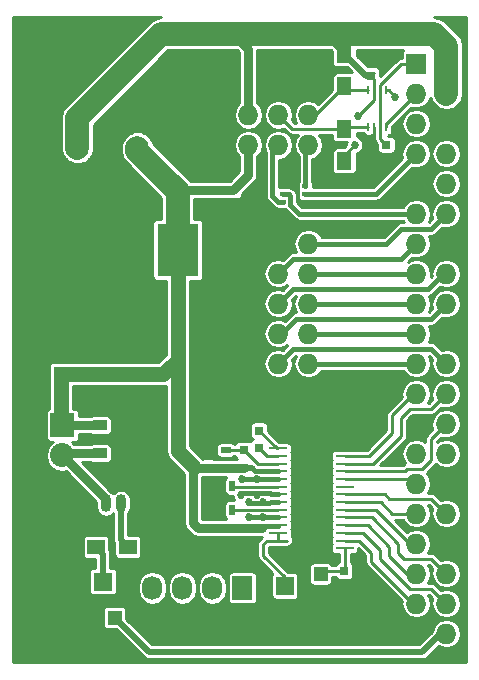
<source format=gbr>
G04 #@! TF.FileFunction,Copper,L1,Top,Signal*
%FSLAX46Y46*%
G04 Gerber Fmt 4.6, Leading zero omitted, Abs format (unit mm)*
G04 Created by KiCad (PCBNEW 4.0.2-4+6225~38~ubuntu14.04.1-stable) date Tue 01 Mar 2016 05:51:26 PM CST*
%MOMM*%
G01*
G04 APERTURE LIST*
%ADD10C,0.100000*%
%ADD11R,1.550000X0.250000*%
%ADD12R,3.100000X5.180000*%
%ADD13R,1.727200X1.727200*%
%ADD14O,1.727200X1.727200*%
%ADD15R,1.300000X1.500000*%
%ADD16R,0.500000X0.900000*%
%ADD17R,0.750000X0.800000*%
%ADD18R,0.800000X0.750000*%
%ADD19R,3.500000X4.500000*%
%ADD20R,3.500000X4.000000*%
%ADD21R,4.000000X3.500000*%
%ADD22R,1.727200X2.032000*%
%ADD23O,1.727200X2.032000*%
%ADD24R,0.900000X0.500000*%
%ADD25C,2.000000*%
%ADD26R,0.250000X0.750000*%
%ADD27R,2.032000X2.032000*%
%ADD28O,2.032000X2.032000*%
%ADD29O,0.899160X1.501140*%
%ADD30R,0.500000X0.400000*%
%ADD31R,1.219200X0.914400*%
%ADD32R,1.200000X1.200000*%
%ADD33R,1.500000X1.600000*%
%ADD34R,1.600000X1.500000*%
%ADD35C,1.300000*%
%ADD36R,1.300000X1.300000*%
%ADD37R,1.500000X1.300000*%
%ADD38C,0.685800*%
%ADD39C,0.914400*%
%ADD40C,0.381000*%
%ADD41C,0.762000*%
%ADD42C,2.032000*%
%ADD43C,1.270000*%
%ADD44C,0.508000*%
%ADD45C,0.254000*%
G04 APERTURE END LIST*
D10*
D11*
X173494000Y-127558800D03*
X173494000Y-128208800D03*
X173494000Y-128858800D03*
X173494000Y-129508800D03*
X173494000Y-130158800D03*
X173494000Y-130808800D03*
X173494000Y-131458800D03*
X173494000Y-132108800D03*
X173494000Y-132758800D03*
X173494000Y-133408800D03*
X173494000Y-134058800D03*
X173494000Y-134708800D03*
X173494000Y-135358800D03*
X173494000Y-136008800D03*
X167894000Y-127558800D03*
X167894000Y-128208800D03*
X167894000Y-128858800D03*
X167894000Y-129508800D03*
X167894000Y-130158800D03*
X167894000Y-130808800D03*
X167894000Y-131458800D03*
X167894000Y-132108800D03*
X167894000Y-132758800D03*
X167894000Y-133408800D03*
X167894000Y-134058800D03*
X167894000Y-134708800D03*
X167894000Y-135358800D03*
X167894000Y-136008800D03*
D12*
X170694000Y-131813800D03*
D13*
X179578000Y-94996000D03*
D14*
X182118000Y-94996000D03*
X179578000Y-97536000D03*
X182118000Y-97536000D03*
X179578000Y-100076000D03*
X182118000Y-100076000D03*
X179578000Y-102616000D03*
X182118000Y-102616000D03*
X179578000Y-105156000D03*
X182118000Y-105156000D03*
X179578000Y-107696000D03*
X182118000Y-107696000D03*
X179578000Y-110236000D03*
X182118000Y-110236000D03*
X179578000Y-112776000D03*
X182118000Y-112776000D03*
X179578000Y-115316000D03*
X182118000Y-115316000D03*
X179578000Y-117856000D03*
X182118000Y-117856000D03*
X179578000Y-120396000D03*
X182118000Y-120396000D03*
X179578000Y-122936000D03*
X182118000Y-122936000D03*
X179578000Y-125476000D03*
X182118000Y-125476000D03*
X179578000Y-128016000D03*
X182118000Y-128016000D03*
X179578000Y-130556000D03*
X182118000Y-130556000D03*
X179578000Y-133096000D03*
X182118000Y-133096000D03*
X179578000Y-135636000D03*
X182118000Y-135636000D03*
X179578000Y-138176000D03*
X182118000Y-138176000D03*
X179578000Y-140716000D03*
X182118000Y-140716000D03*
X179578000Y-143256000D03*
X182118000Y-143256000D03*
D15*
X173482000Y-94154000D03*
X173482000Y-96854000D03*
D16*
X163945000Y-130733800D03*
X162445000Y-130733800D03*
D17*
X161925000Y-127697800D03*
X161925000Y-129197800D03*
X164084000Y-92976000D03*
X164084000Y-94476000D03*
X162306000Y-107176000D03*
X162306000Y-105676000D03*
D18*
X175526000Y-101854000D03*
X177026000Y-101854000D03*
D17*
X175768000Y-94500000D03*
X175768000Y-96000000D03*
X161925000Y-135801800D03*
X161925000Y-134301800D03*
X164973000Y-127697800D03*
X164973000Y-129197800D03*
X166243000Y-127546800D03*
X166243000Y-126046800D03*
X173482000Y-137934000D03*
X173482000Y-139434000D03*
D19*
X159362140Y-110744000D03*
D20*
X153362660Y-110744000D03*
D21*
X156362400Y-115443000D03*
D22*
X164846000Y-139369800D03*
D23*
X162306000Y-139369800D03*
X159766000Y-139369800D03*
X157226000Y-139369800D03*
D24*
X163449000Y-127697800D03*
X163449000Y-129197800D03*
D16*
X163945000Y-132765800D03*
X162445000Y-132765800D03*
D15*
X173482000Y-103204000D03*
X173482000Y-100504000D03*
D25*
X155956000Y-102108000D03*
X153416000Y-102108000D03*
X150876000Y-102108000D03*
D26*
X175514000Y-97230000D03*
X176014000Y-97230000D03*
X176514000Y-97230000D03*
X177014000Y-97230000D03*
X175514000Y-100330000D03*
X176014000Y-100330000D03*
X176514000Y-100330000D03*
X177014000Y-100330000D03*
D27*
X149606000Y-125603000D03*
D28*
X149606000Y-128143000D03*
D29*
X154559000Y-132207000D03*
X155829000Y-132207000D03*
X153289000Y-132207000D03*
D30*
X170180000Y-106680000D03*
X170180000Y-106030000D03*
X170180000Y-105380000D03*
X168280000Y-106680000D03*
X168280000Y-106030000D03*
X168280000Y-105380000D03*
D31*
X152781000Y-125603000D03*
X152781000Y-127965200D03*
D13*
X162814000Y-101854000D03*
D14*
X162814000Y-99314000D03*
X165354000Y-101854000D03*
X165354000Y-99314000D03*
X167894000Y-101854000D03*
X167894000Y-99314000D03*
X170434000Y-101854000D03*
X170434000Y-99314000D03*
D32*
X171472000Y-140192000D03*
X171472000Y-138192000D03*
D33*
X168422000Y-139192000D03*
D32*
X152035000Y-141881000D03*
X154035000Y-141881000D03*
D34*
X153035000Y-138831000D03*
D35*
X149479000Y-118785000D03*
D36*
X149479000Y-121285000D03*
D35*
X156885000Y-125476000D03*
D36*
X159385000Y-125476000D03*
D37*
X155147000Y-135890000D03*
X152447000Y-135890000D03*
D13*
X167894000Y-110236000D03*
D14*
X170434000Y-110236000D03*
X167894000Y-112776000D03*
X170434000Y-112776000D03*
X167894000Y-115316000D03*
X170434000Y-115316000D03*
X167894000Y-117856000D03*
X170434000Y-117856000D03*
X167894000Y-120396000D03*
X170434000Y-120396000D03*
D17*
X162306000Y-94476000D03*
X162306000Y-92976000D03*
X164084000Y-107176000D03*
X164084000Y-105676000D03*
D38*
X171450000Y-141478000D03*
D39*
X164084000Y-95631000D03*
X162306000Y-95631000D03*
X164084000Y-108331000D03*
X162306000Y-108331000D03*
D38*
X169164000Y-105156000D03*
X171196000Y-106934000D03*
X171704000Y-132588000D03*
X169672000Y-132588000D03*
X171704000Y-131064000D03*
X169672000Y-131064000D03*
X170688000Y-132588000D03*
X170688000Y-131064000D03*
X171704000Y-133858000D03*
X169672000Y-133858000D03*
X170688000Y-133858000D03*
X170688000Y-129794000D03*
X169672000Y-129794000D03*
X173482000Y-126746000D03*
X171704000Y-129794000D03*
X161671000Y-131318000D03*
X161671000Y-132207000D03*
X161671000Y-130302000D03*
X161671000Y-133223000D03*
D39*
X160909000Y-115443000D03*
D38*
X176784000Y-94488000D03*
X175514000Y-102870000D03*
X150749000Y-141859000D03*
X161925000Y-126619000D03*
X167894000Y-136779000D03*
X160274000Y-135255000D03*
X173482000Y-140462000D03*
X174371000Y-101854000D03*
X174625000Y-99441000D03*
X177800000Y-97790000D03*
X165404800Y-133400800D03*
X166624000Y-133400800D03*
X165404800Y-132105400D03*
X166624000Y-132105400D03*
X164744400Y-131495800D03*
X166039800Y-131470400D03*
X164795200Y-130149600D03*
X166039800Y-130149600D03*
D40*
X161925000Y-129197800D02*
X163449000Y-129197800D01*
D41*
X162306000Y-105676000D02*
X159270000Y-105676000D01*
X158750000Y-105918000D02*
X158750000Y-105156000D01*
X159028000Y-105918000D02*
X158750000Y-105918000D01*
X159270000Y-105676000D02*
X159028000Y-105918000D01*
X164084000Y-105676000D02*
X162306000Y-105676000D01*
X165354000Y-101854000D02*
X165354000Y-104406000D01*
X165354000Y-104406000D02*
X164084000Y-105676000D01*
D42*
X155956000Y-102108000D02*
X155956000Y-102362000D01*
X155956000Y-102362000D02*
X158750000Y-105156000D01*
X158750000Y-105156000D02*
X159362140Y-105768140D01*
X159362140Y-110744000D02*
X159362140Y-105768140D01*
D41*
X152781000Y-125603000D02*
X149606000Y-125603000D01*
D43*
X149479000Y-121285000D02*
X149479000Y-125476000D01*
X149479000Y-125476000D02*
X149606000Y-125603000D01*
X149479000Y-121285000D02*
X158115000Y-121285000D01*
X158115000Y-121285000D02*
X159362140Y-120037860D01*
X159385000Y-125476000D02*
X159385000Y-127762000D01*
X159385000Y-127762000D02*
X160655000Y-129032000D01*
X159362140Y-110744000D02*
X159362140Y-120037860D01*
X159362140Y-120037860D02*
X159362140Y-125453140D01*
X159362140Y-125453140D02*
X159385000Y-125476000D01*
X159385000Y-110766860D02*
X159362140Y-110744000D01*
D41*
X159385000Y-110766860D02*
X159362140Y-110744000D01*
D40*
X167817800Y-134112000D02*
X166673400Y-134112000D01*
X166673400Y-134112000D02*
X166483600Y-134301800D01*
X167843200Y-129438400D02*
X165912800Y-129438400D01*
X165912800Y-129438400D02*
X165672200Y-129197800D01*
D44*
X164973000Y-129197800D02*
X165672200Y-129197800D01*
X165672200Y-129197800D02*
X165760400Y-129286000D01*
D41*
X161925000Y-134301800D02*
X166483600Y-134301800D01*
X166483600Y-134301800D02*
X166497000Y-134315200D01*
X161925000Y-129197800D02*
X164973000Y-129197800D01*
X161925000Y-134301800D02*
X161048000Y-134301800D01*
X161048000Y-129197800D02*
X161925000Y-129197800D01*
X160655000Y-129590800D02*
X161048000Y-129197800D01*
X160655000Y-133908800D02*
X160655000Y-130606800D01*
X160655000Y-130606800D02*
X160655000Y-129590800D01*
X161048000Y-134301800D02*
X160655000Y-133908800D01*
D44*
X161925000Y-134301800D02*
X161925000Y-134289800D01*
D45*
X171472000Y-140192000D02*
X171472000Y-141456000D01*
X171472000Y-141456000D02*
X171450000Y-141478000D01*
D41*
X164084000Y-94476000D02*
X164084000Y-95631000D01*
X162306000Y-94476000D02*
X162306000Y-95631000D01*
X164084000Y-107176000D02*
X164084000Y-108331000D01*
X162306000Y-107176000D02*
X162306000Y-108331000D01*
D40*
X168280000Y-105380000D02*
X168940000Y-105380000D01*
X168940000Y-105380000D02*
X169164000Y-105156000D01*
X170180000Y-106680000D02*
X170942000Y-106680000D01*
X170942000Y-106680000D02*
X171196000Y-106934000D01*
D45*
X171704000Y-132588000D02*
X170929800Y-131813800D01*
X170929800Y-131813800D02*
X170694000Y-131813800D01*
X169672000Y-132588000D02*
X170446200Y-131813800D01*
X170446200Y-131813800D02*
X170694000Y-131813800D01*
X171704000Y-131064000D02*
X170954200Y-131813800D01*
X170954200Y-131813800D02*
X170694000Y-131813800D01*
X169672000Y-131064000D02*
X170421800Y-131813800D01*
X170421800Y-131813800D02*
X170694000Y-131813800D01*
X170688000Y-132588000D02*
X170694000Y-132582000D01*
X170694000Y-132582000D02*
X170694000Y-131813800D01*
X170688000Y-131064000D02*
X170694000Y-131070000D01*
X170694000Y-131070000D02*
X170694000Y-131813800D01*
X171704000Y-133858000D02*
X170694000Y-132848000D01*
X170694000Y-132848000D02*
X170694000Y-131813800D01*
X169672000Y-133858000D02*
X170694000Y-132836000D01*
X170694000Y-132836000D02*
X170694000Y-131813800D01*
X170688000Y-133858000D02*
X170694000Y-133852000D01*
X170694000Y-133852000D02*
X170694000Y-131813800D01*
X170688000Y-129794000D02*
X170694000Y-129800000D01*
X170694000Y-129800000D02*
X170694000Y-131813800D01*
X169672000Y-129794000D02*
X170694000Y-130816000D01*
X170694000Y-130816000D02*
X170694000Y-131813800D01*
X173494000Y-126758000D02*
X173482000Y-126746000D01*
X173494000Y-127558800D02*
X173494000Y-126758000D01*
X171704000Y-129794000D02*
X170694000Y-130804000D01*
X170694000Y-130804000D02*
X170694000Y-131813800D01*
D44*
X162445000Y-130733800D02*
X162255200Y-130733800D01*
X162255200Y-130733800D02*
X161671000Y-131318000D01*
X162445000Y-132765800D02*
X162229800Y-132765800D01*
X162229800Y-132765800D02*
X161671000Y-132207000D01*
X161671000Y-132207000D02*
X161671000Y-131318000D01*
X162445000Y-130733800D02*
X162102800Y-130733800D01*
X162102800Y-130733800D02*
X161671000Y-130302000D01*
X161671000Y-131318000D02*
X161671000Y-130302000D01*
X162128200Y-132765800D02*
X162445000Y-132765800D01*
X162128200Y-132765800D02*
X161671000Y-133223000D01*
X161671000Y-132207000D02*
X161671000Y-133223000D01*
D45*
X175768000Y-94500000D02*
X176772000Y-94500000D01*
X176772000Y-94500000D02*
X176784000Y-94488000D01*
X175526000Y-101854000D02*
X175526000Y-102858000D01*
X175526000Y-102858000D02*
X175514000Y-102870000D01*
D44*
X152035000Y-141881000D02*
X150771000Y-141881000D01*
X150771000Y-141881000D02*
X150749000Y-141859000D01*
D45*
X161925000Y-127697800D02*
X161925000Y-126619000D01*
X167894000Y-136008800D02*
X167894000Y-136779000D01*
D40*
X161925000Y-135801800D02*
X160820800Y-135801800D01*
X160820800Y-135801800D02*
X160274000Y-135255000D01*
D45*
X173482000Y-139434000D02*
X173482000Y-140462000D01*
X176014000Y-100330000D02*
X176014000Y-101366000D01*
X176014000Y-101366000D02*
X175526000Y-101854000D01*
X170688500Y-131813800D02*
X170694000Y-131813800D01*
X171703500Y-131813800D02*
X170694000Y-131813800D01*
X170688000Y-133908800D02*
X170694000Y-133902800D01*
D42*
X182118000Y-94996000D02*
X182118000Y-97536000D01*
D45*
X176014000Y-97230000D02*
X176014000Y-98052000D01*
X174371000Y-101854000D02*
X173482000Y-102743000D01*
X176014000Y-98052000D02*
X174625000Y-99441000D01*
X173482000Y-102743000D02*
X173482000Y-103204000D01*
D44*
X175328000Y-96000000D02*
X173482000Y-94154000D01*
X175768000Y-96000000D02*
X175328000Y-96000000D01*
D40*
X164084000Y-92976000D02*
X172304000Y-92976000D01*
X172304000Y-92976000D02*
X173482000Y-94154000D01*
X164084000Y-92976000D02*
X164084000Y-92456000D01*
X162306000Y-92976000D02*
X162306000Y-92456000D01*
X162306000Y-92456000D02*
X162306000Y-92329000D01*
X162306000Y-92329000D02*
X162306000Y-92456000D01*
D42*
X150876000Y-102108000D02*
X150876000Y-99568000D01*
X157988000Y-92456000D02*
X162306000Y-92456000D01*
X162306000Y-92456000D02*
X164084000Y-92456000D01*
X150876000Y-99568000D02*
X157988000Y-92456000D01*
D41*
X165342000Y-96774000D02*
X165342000Y-93714000D01*
X165342000Y-93714000D02*
X164084000Y-92456000D01*
X165354000Y-99314000D02*
X165354000Y-96786000D01*
D42*
X182118000Y-93472000D02*
X182118000Y-97536000D01*
X181102000Y-92456000D02*
X182118000Y-93472000D01*
X164084000Y-92456000D02*
X165354000Y-92456000D01*
X165354000Y-92456000D02*
X181102000Y-92456000D01*
D45*
X176014000Y-97230000D02*
X176014000Y-96246000D01*
X176014000Y-96246000D02*
X175768000Y-96000000D01*
X176014000Y-95762000D02*
X176010000Y-95758000D01*
X176514000Y-97230000D02*
X176514000Y-100330000D01*
X176514000Y-100330000D02*
X176514000Y-101342000D01*
X176514000Y-101342000D02*
X177026000Y-101854000D01*
X176514000Y-97230000D02*
X176514000Y-96790000D01*
X178308000Y-94996000D02*
X179578000Y-94996000D01*
X176514000Y-96790000D02*
X178308000Y-94996000D01*
X164973000Y-127697800D02*
X163449000Y-127697800D01*
X167894000Y-128858800D02*
X166134000Y-128858800D01*
X166134000Y-128858800D02*
X164973000Y-127697800D01*
X167894000Y-128208800D02*
X166905000Y-128208800D01*
X166905000Y-128208800D02*
X166243000Y-127546800D01*
X167894000Y-127558800D02*
X167755000Y-127558800D01*
X167755000Y-127558800D02*
X166243000Y-126046800D01*
X173482000Y-137934000D02*
X171730000Y-137934000D01*
X171730000Y-137934000D02*
X171472000Y-138192000D01*
X173494000Y-136008800D02*
X173494000Y-137922000D01*
X173494000Y-137922000D02*
X173482000Y-137934000D01*
X173482000Y-100504000D02*
X169084000Y-100504000D01*
X169084000Y-100504000D02*
X167894000Y-99314000D01*
X175514000Y-100330000D02*
X173656000Y-100330000D01*
X173656000Y-100330000D02*
X173402000Y-100584000D01*
X173656000Y-100330000D02*
X173482000Y-100504000D01*
X170434000Y-99314000D02*
X171022000Y-99314000D01*
X171022000Y-99314000D02*
X173482000Y-96854000D01*
X175514000Y-97230000D02*
X173858000Y-97230000D01*
X177014000Y-100330000D02*
X177014000Y-100100000D01*
X177014000Y-100100000D02*
X179578000Y-97536000D01*
X177014000Y-97230000D02*
X177240000Y-97230000D01*
X177240000Y-97230000D02*
X177800000Y-97790000D01*
X173494000Y-128858800D02*
X175941200Y-128858800D01*
X180848000Y-124206000D02*
X182118000Y-122936000D01*
X179070000Y-124206000D02*
X180848000Y-124206000D01*
X178308000Y-124968000D02*
X179070000Y-124206000D01*
X178308000Y-126492000D02*
X178308000Y-124968000D01*
X175941200Y-128858800D02*
X178308000Y-126492000D01*
X173494000Y-129508800D02*
X178593200Y-129508800D01*
X180848000Y-126746000D02*
X182118000Y-125476000D01*
X180848000Y-128524000D02*
X180848000Y-126746000D01*
X180086000Y-129286000D02*
X180848000Y-128524000D01*
X178816000Y-129286000D02*
X180086000Y-129286000D01*
X178593200Y-129508800D02*
X178816000Y-129286000D01*
X173494000Y-130158800D02*
X179180800Y-130158800D01*
X179180800Y-130158800D02*
X179578000Y-130556000D01*
X173494000Y-131458800D02*
X176924800Y-131458800D01*
X180848000Y-131826000D02*
X182118000Y-133096000D01*
X177292000Y-131826000D02*
X180848000Y-131826000D01*
X176924800Y-131458800D02*
X177292000Y-131826000D01*
X173494000Y-132108800D02*
X176558800Y-132108800D01*
X177546000Y-133096000D02*
X179578000Y-133096000D01*
X176558800Y-132108800D02*
X177546000Y-133096000D01*
X173494000Y-132758800D02*
X176192800Y-132758800D01*
X176192800Y-132758800D02*
X179070000Y-135636000D01*
X179070000Y-135636000D02*
X179578000Y-135636000D01*
X173494000Y-133408800D02*
X175826800Y-133408800D01*
X180848000Y-136906000D02*
X182118000Y-138176000D01*
X178562000Y-136906000D02*
X180848000Y-136906000D01*
X178054000Y-136398000D02*
X178562000Y-136906000D01*
X178054000Y-135636000D02*
X178054000Y-136398000D01*
X175826800Y-133408800D02*
X178054000Y-135636000D01*
X173494000Y-134058800D02*
X175460800Y-134058800D01*
X177292000Y-136652000D02*
X178816000Y-138176000D01*
X177292000Y-135890000D02*
X177292000Y-136652000D01*
X175460800Y-134058800D02*
X177292000Y-135890000D01*
X178816000Y-138176000D02*
X179578000Y-138176000D01*
X173494000Y-134708800D02*
X175094800Y-134708800D01*
X180848000Y-139446000D02*
X182118000Y-140716000D01*
X179070000Y-139446000D02*
X180848000Y-139446000D01*
X176530000Y-136906000D02*
X179070000Y-139446000D01*
X176530000Y-136144000D02*
X176530000Y-136906000D01*
X175094800Y-134708800D02*
X176530000Y-136144000D01*
X173494000Y-135358800D02*
X174728800Y-135358800D01*
X175768000Y-137160000D02*
X179324000Y-140716000D01*
X175768000Y-136398000D02*
X175768000Y-137160000D01*
X174728800Y-135358800D02*
X175768000Y-136398000D01*
X179324000Y-140716000D02*
X179578000Y-140716000D01*
D40*
X165412800Y-133408800D02*
X165404800Y-133400800D01*
X165412800Y-133408800D02*
X166624000Y-133408800D01*
X166624000Y-133408800D02*
X166624000Y-133400800D01*
X166624000Y-133400800D02*
X166624000Y-133408800D01*
X167894000Y-133408800D02*
X166624000Y-133408800D01*
X165506400Y-132207000D02*
X165404800Y-132105400D01*
X166624000Y-132207000D02*
X165506400Y-132207000D01*
X166624000Y-132207000D02*
X166624000Y-132105400D01*
X166624000Y-132105400D02*
X166624000Y-132207000D01*
X167894000Y-132108800D02*
X167230200Y-132108800D01*
X167230200Y-132108800D02*
X167132000Y-132207000D01*
X167132000Y-132207000D02*
X166624000Y-132207000D01*
X164871400Y-131368800D02*
X164744400Y-131495800D01*
X166039800Y-131368800D02*
X164871400Y-131368800D01*
X166039800Y-131368800D02*
X166039800Y-131470400D01*
X166039800Y-131470400D02*
X166039800Y-131368800D01*
X167894000Y-131458800D02*
X167247400Y-131458800D01*
X167247400Y-131458800D02*
X167157400Y-131368800D01*
X167157400Y-131368800D02*
X166039800Y-131368800D01*
X164804400Y-130158800D02*
X166039800Y-130158800D01*
X164804400Y-130158800D02*
X164795200Y-130149600D01*
X166039800Y-130158800D02*
X166039800Y-130149600D01*
X166039800Y-130149600D02*
X166039800Y-130158800D01*
X167894000Y-130158800D02*
X166039800Y-130158800D01*
D45*
X167894000Y-130808800D02*
X164020000Y-130808800D01*
X164020000Y-130808800D02*
X163945000Y-130733800D01*
X167894000Y-132758800D02*
X163952000Y-132758800D01*
X163952000Y-132758800D02*
X163945000Y-132765800D01*
X173494000Y-128208800D02*
X175575200Y-128208800D01*
X177546000Y-124714000D02*
X179324000Y-122936000D01*
X177546000Y-126238000D02*
X177546000Y-124714000D01*
X175575200Y-128208800D02*
X177546000Y-126238000D01*
X179324000Y-122936000D02*
X179578000Y-122936000D01*
X168422000Y-139192000D02*
X168422000Y-138450000D01*
X168422000Y-138450000D02*
X166624000Y-136652000D01*
X166624000Y-136652000D02*
X166624000Y-135636000D01*
X166624000Y-135636000D02*
X166901200Y-135358800D01*
X166901200Y-135358800D02*
X167894000Y-135358800D01*
X168632800Y-135358800D02*
X167894000Y-135358800D01*
X167894000Y-134708800D02*
X167894000Y-135358800D01*
D41*
X152781000Y-127965200D02*
X149783800Y-127965200D01*
X149783800Y-127965200D02*
X149606000Y-128143000D01*
X153289000Y-132207000D02*
X153289000Y-131826000D01*
X153289000Y-131826000D02*
X149606000Y-128143000D01*
D40*
X168280000Y-106680000D02*
X167894000Y-106680000D01*
X167386000Y-106172000D02*
X167386000Y-102362000D01*
X167894000Y-106680000D02*
X167386000Y-106172000D01*
X167386000Y-102362000D02*
X167894000Y-101854000D01*
X170180000Y-105380000D02*
X170180000Y-102108000D01*
X170180000Y-102108000D02*
X170434000Y-101854000D01*
X179578000Y-117856000D02*
X170434000Y-117856000D01*
X179578000Y-120396000D02*
X170434000Y-120396000D01*
X170180000Y-106030000D02*
X176164000Y-106030000D01*
X176164000Y-106030000D02*
X179578000Y-102616000D01*
X168280000Y-106030000D02*
X168768000Y-106030000D01*
X169672000Y-107696000D02*
X179578000Y-107696000D01*
X168910000Y-106934000D02*
X169672000Y-107696000D01*
X168910000Y-106172000D02*
X168910000Y-106934000D01*
X168768000Y-106030000D02*
X168910000Y-106172000D01*
D44*
X182118000Y-143256000D02*
X181610000Y-143256000D01*
X181610000Y-143256000D02*
X180086000Y-144780000D01*
X180086000Y-144780000D02*
X156934000Y-144780000D01*
X156934000Y-144780000D02*
X154035000Y-141881000D01*
X154394000Y-142240000D02*
X154035000Y-141881000D01*
X154559000Y-132207000D02*
X154559000Y-135302000D01*
X154559000Y-135302000D02*
X155147000Y-135890000D01*
D45*
X154547000Y-132219000D02*
X154559000Y-132207000D01*
D44*
X153035000Y-138831000D02*
X153035000Y-136478000D01*
X153035000Y-136478000D02*
X152447000Y-135890000D01*
D45*
X153035000Y-135648000D02*
X153047000Y-135636000D01*
D40*
X182118000Y-112776000D02*
X181864000Y-112776000D01*
X181864000Y-112776000D02*
X180594000Y-114046000D01*
X180594000Y-114046000D02*
X169164000Y-114046000D01*
X169164000Y-114046000D02*
X167894000Y-115316000D01*
X182118000Y-115316000D02*
X180848000Y-116586000D01*
X169418000Y-116586000D02*
X168148000Y-117856000D01*
X180848000Y-116586000D02*
X169418000Y-116586000D01*
X168148000Y-117856000D02*
X167894000Y-117856000D01*
X182118000Y-120396000D02*
X180848000Y-119126000D01*
X169164000Y-119126000D02*
X167894000Y-120396000D01*
X180848000Y-119126000D02*
X169164000Y-119126000D01*
X182118000Y-107696000D02*
X180848000Y-108966000D01*
X177038000Y-110236000D02*
X170434000Y-110236000D01*
X178308000Y-108966000D02*
X177038000Y-110236000D01*
X180848000Y-108966000D02*
X178308000Y-108966000D01*
X179578000Y-110236000D02*
X178308000Y-111506000D01*
X169164000Y-111506000D02*
X167894000Y-112776000D01*
X178308000Y-111506000D02*
X169164000Y-111506000D01*
X179578000Y-112776000D02*
X170434000Y-112776000D01*
X179578000Y-115316000D02*
X170434000Y-115316000D01*
D45*
G36*
X157453391Y-91165340D02*
X157000172Y-91468172D01*
X149888172Y-98580172D01*
X149585340Y-99033391D01*
X149479000Y-99568000D01*
X149479000Y-102108000D01*
X149494930Y-102188086D01*
X149494761Y-102381493D01*
X149569269Y-102561817D01*
X149585340Y-102642609D01*
X149630706Y-102710504D01*
X149704563Y-102889251D01*
X149842407Y-103027336D01*
X149888172Y-103095828D01*
X149956064Y-103141192D01*
X150092705Y-103278072D01*
X150272899Y-103352895D01*
X150341391Y-103398660D01*
X150421479Y-103414590D01*
X150600097Y-103488759D01*
X150795208Y-103488929D01*
X150876000Y-103505000D01*
X150956086Y-103489070D01*
X151149493Y-103489239D01*
X151329817Y-103414731D01*
X151410609Y-103398660D01*
X151478504Y-103353294D01*
X151657251Y-103279437D01*
X151795336Y-103141593D01*
X151863828Y-103095828D01*
X151909192Y-103027936D01*
X152046072Y-102891295D01*
X152120895Y-102711101D01*
X152166660Y-102642609D01*
X152182590Y-102562521D01*
X152256759Y-102383903D01*
X152256929Y-102188792D01*
X152273000Y-102108000D01*
X152273000Y-100146656D01*
X158566656Y-93853000D01*
X164403369Y-93853000D01*
X164580000Y-94029631D01*
X164580000Y-96774000D01*
X164592000Y-96834328D01*
X164592000Y-98330664D01*
X164473935Y-98409552D01*
X164204140Y-98813329D01*
X164109400Y-99289617D01*
X164109400Y-99338383D01*
X164204140Y-99814671D01*
X164473935Y-100218448D01*
X164877712Y-100488243D01*
X165354000Y-100582983D01*
X165830288Y-100488243D01*
X166234065Y-100218448D01*
X166503860Y-99814671D01*
X166598600Y-99338383D01*
X166598600Y-99289617D01*
X166503860Y-98813329D01*
X166234065Y-98409552D01*
X166116000Y-98330664D01*
X166116000Y-96786000D01*
X166104000Y-96725672D01*
X166104000Y-93853000D01*
X172372776Y-93853000D01*
X172443536Y-93923760D01*
X172443536Y-94904000D01*
X172470103Y-95045190D01*
X172553546Y-95174865D01*
X172680866Y-95261859D01*
X172832000Y-95292464D01*
X173722438Y-95292464D01*
X174148940Y-95718966D01*
X174132000Y-95715536D01*
X172832000Y-95715536D01*
X172690810Y-95742103D01*
X172561135Y-95825546D01*
X172474141Y-95952866D01*
X172443536Y-96104000D01*
X172443536Y-97174043D01*
X171250500Y-98367079D01*
X170910288Y-98139757D01*
X170434000Y-98045017D01*
X169957712Y-98139757D01*
X169553935Y-98409552D01*
X169284140Y-98813329D01*
X169189400Y-99289617D01*
X169189400Y-99338383D01*
X169284140Y-99814671D01*
X169405300Y-99996000D01*
X169294420Y-99996000D01*
X169055346Y-99756926D01*
X169138600Y-99338383D01*
X169138600Y-99289617D01*
X169043860Y-98813329D01*
X168774065Y-98409552D01*
X168370288Y-98139757D01*
X167894000Y-98045017D01*
X167417712Y-98139757D01*
X167013935Y-98409552D01*
X166744140Y-98813329D01*
X166649400Y-99289617D01*
X166649400Y-99338383D01*
X166744140Y-99814671D01*
X167013935Y-100218448D01*
X167417712Y-100488243D01*
X167894000Y-100582983D01*
X168353218Y-100491638D01*
X168724790Y-100863210D01*
X168889596Y-100973331D01*
X169084000Y-101012000D01*
X169512209Y-101012000D01*
X169284140Y-101353329D01*
X169189400Y-101829617D01*
X169189400Y-101878383D01*
X169284140Y-102354671D01*
X169553935Y-102758448D01*
X169608500Y-102794907D01*
X169608500Y-104975653D01*
X169572141Y-105028866D01*
X169541536Y-105180000D01*
X169541536Y-105580000D01*
X169565920Y-105709588D01*
X169541536Y-105830000D01*
X169541536Y-106230000D01*
X169568103Y-106371190D01*
X169651546Y-106500865D01*
X169778866Y-106587859D01*
X169930000Y-106618464D01*
X170430000Y-106618464D01*
X170520155Y-106601500D01*
X176163995Y-106601500D01*
X176164000Y-106601501D01*
X176346418Y-106565215D01*
X176382704Y-106557997D01*
X176568112Y-106434112D01*
X177846224Y-105156000D01*
X180849017Y-105156000D01*
X180943757Y-105632288D01*
X181213552Y-106036065D01*
X181617329Y-106305860D01*
X182093617Y-106400600D01*
X182142383Y-106400600D01*
X182618671Y-106305860D01*
X183022448Y-106036065D01*
X183292243Y-105632288D01*
X183386983Y-105156000D01*
X183292243Y-104679712D01*
X183022448Y-104275935D01*
X182618671Y-104006140D01*
X182142383Y-103911400D01*
X182093617Y-103911400D01*
X181617329Y-104006140D01*
X181213552Y-104275935D01*
X180943757Y-104679712D01*
X180849017Y-105156000D01*
X177846224Y-105156000D01*
X179209978Y-103792246D01*
X179553617Y-103860600D01*
X179602383Y-103860600D01*
X180078671Y-103765860D01*
X180482448Y-103496065D01*
X180752243Y-103092288D01*
X180846983Y-102616000D01*
X180849017Y-102616000D01*
X180943757Y-103092288D01*
X181213552Y-103496065D01*
X181617329Y-103765860D01*
X182093617Y-103860600D01*
X182142383Y-103860600D01*
X182618671Y-103765860D01*
X183022448Y-103496065D01*
X183292243Y-103092288D01*
X183386983Y-102616000D01*
X183292243Y-102139712D01*
X183022448Y-101735935D01*
X182618671Y-101466140D01*
X182142383Y-101371400D01*
X182093617Y-101371400D01*
X181617329Y-101466140D01*
X181213552Y-101735935D01*
X180943757Y-102139712D01*
X180849017Y-102616000D01*
X180846983Y-102616000D01*
X180752243Y-102139712D01*
X180482448Y-101735935D01*
X180078671Y-101466140D01*
X179602383Y-101371400D01*
X179553617Y-101371400D01*
X179077329Y-101466140D01*
X178673552Y-101735935D01*
X178403757Y-102139712D01*
X178309017Y-102616000D01*
X178385462Y-103000315D01*
X175927276Y-105458500D01*
X170818464Y-105458500D01*
X170818464Y-105180000D01*
X170791897Y-105038810D01*
X170751500Y-104976031D01*
X170751500Y-103059828D01*
X170910288Y-103028243D01*
X171314065Y-102758448D01*
X171583860Y-102354671D01*
X171678600Y-101878383D01*
X171678600Y-101829617D01*
X171583860Y-101353329D01*
X171355791Y-101012000D01*
X172443536Y-101012000D01*
X172443536Y-101254000D01*
X172470103Y-101395190D01*
X172553546Y-101524865D01*
X172680866Y-101611859D01*
X172832000Y-101642464D01*
X173675010Y-101642464D01*
X173647226Y-101709376D01*
X173647095Y-101859485D01*
X173441044Y-102065536D01*
X172832000Y-102065536D01*
X172690810Y-102092103D01*
X172561135Y-102175546D01*
X172474141Y-102302866D01*
X172443536Y-102454000D01*
X172443536Y-103954000D01*
X172470103Y-104095190D01*
X172553546Y-104224865D01*
X172680866Y-104311859D01*
X172832000Y-104342464D01*
X174132000Y-104342464D01*
X174273190Y-104315897D01*
X174402865Y-104232454D01*
X174489859Y-104105134D01*
X174520464Y-103954000D01*
X174520464Y-102575503D01*
X174780521Y-102468050D01*
X174984335Y-102264592D01*
X175094774Y-101998624D01*
X175095025Y-101710639D01*
X174985050Y-101444479D01*
X174781592Y-101240665D01*
X174520464Y-101132236D01*
X174520464Y-100838000D01*
X175025562Y-100838000D01*
X175027103Y-100846190D01*
X175110546Y-100975865D01*
X175237866Y-101062859D01*
X175389000Y-101093464D01*
X175639000Y-101093464D01*
X175780190Y-101066897D01*
X175909865Y-100983454D01*
X175996859Y-100856134D01*
X176006000Y-100810994D01*
X176006000Y-101342000D01*
X176044669Y-101536403D01*
X176154790Y-101701210D01*
X176237536Y-101783956D01*
X176237536Y-102229000D01*
X176264103Y-102370190D01*
X176347546Y-102499865D01*
X176474866Y-102586859D01*
X176626000Y-102617464D01*
X177426000Y-102617464D01*
X177567190Y-102590897D01*
X177696865Y-102507454D01*
X177783859Y-102380134D01*
X177814464Y-102229000D01*
X177814464Y-101479000D01*
X177787897Y-101337810D01*
X177704454Y-101208135D01*
X177577134Y-101121141D01*
X177426000Y-101090536D01*
X177154561Y-101090536D01*
X177280190Y-101066897D01*
X177409865Y-100983454D01*
X177496859Y-100856134D01*
X177527464Y-100705000D01*
X177527464Y-100304956D01*
X177756420Y-100076000D01*
X178309017Y-100076000D01*
X178403757Y-100552288D01*
X178673552Y-100956065D01*
X179077329Y-101225860D01*
X179553617Y-101320600D01*
X179602383Y-101320600D01*
X180078671Y-101225860D01*
X180482448Y-100956065D01*
X180752243Y-100552288D01*
X180846983Y-100076000D01*
X180752243Y-99599712D01*
X180482448Y-99195935D01*
X180078671Y-98926140D01*
X179602383Y-98831400D01*
X179553617Y-98831400D01*
X179077329Y-98926140D01*
X178673552Y-99195935D01*
X178403757Y-99599712D01*
X178309017Y-100076000D01*
X177756420Y-100076000D01*
X179135074Y-98697346D01*
X179553617Y-98780600D01*
X179602383Y-98780600D01*
X180078671Y-98685860D01*
X180482448Y-98416065D01*
X180752243Y-98012288D01*
X180783991Y-97852679D01*
X180827340Y-98070609D01*
X181130172Y-98523828D01*
X181583391Y-98826660D01*
X182118000Y-98933000D01*
X182652609Y-98826660D01*
X183105828Y-98523828D01*
X183408660Y-98070609D01*
X183515000Y-97536000D01*
X183515000Y-93472000D01*
X183408660Y-92937391D01*
X183105828Y-92484172D01*
X182089828Y-91468172D01*
X181636609Y-91165340D01*
X181102000Y-91059000D01*
X183769000Y-91059000D01*
X183769000Y-145669000D01*
X145415000Y-145669000D01*
X145415000Y-141281000D01*
X153046536Y-141281000D01*
X153046536Y-142481000D01*
X153073103Y-142622190D01*
X153156546Y-142751865D01*
X153283866Y-142838859D01*
X153435000Y-142869464D01*
X154125438Y-142869464D01*
X156484987Y-145229013D01*
X156690996Y-145366664D01*
X156934000Y-145415000D01*
X180086000Y-145415000D01*
X180329004Y-145366664D01*
X180535013Y-145229013D01*
X181461972Y-144302054D01*
X181617329Y-144405860D01*
X182093617Y-144500600D01*
X182142383Y-144500600D01*
X182618671Y-144405860D01*
X183022448Y-144136065D01*
X183292243Y-143732288D01*
X183386983Y-143256000D01*
X183292243Y-142779712D01*
X183022448Y-142375935D01*
X182618671Y-142106140D01*
X182142383Y-142011400D01*
X182093617Y-142011400D01*
X181617329Y-142106140D01*
X181213552Y-142375935D01*
X180943757Y-142779712D01*
X180883045Y-143084930D01*
X179822974Y-144145000D01*
X157197026Y-144145000D01*
X155023464Y-141971438D01*
X155023464Y-141281000D01*
X154996897Y-141139810D01*
X154913454Y-141010135D01*
X154786134Y-140923141D01*
X154635000Y-140892536D01*
X153435000Y-140892536D01*
X153293810Y-140919103D01*
X153164135Y-141002546D01*
X153077141Y-141129866D01*
X153046536Y-141281000D01*
X145415000Y-141281000D01*
X145415000Y-135240000D01*
X151308536Y-135240000D01*
X151308536Y-136540000D01*
X151335103Y-136681190D01*
X151418546Y-136810865D01*
X151545866Y-136897859D01*
X151697000Y-136928464D01*
X152400000Y-136928464D01*
X152400000Y-137692536D01*
X152235000Y-137692536D01*
X152093810Y-137719103D01*
X151964135Y-137802546D01*
X151877141Y-137929866D01*
X151846536Y-138081000D01*
X151846536Y-139581000D01*
X151873103Y-139722190D01*
X151956546Y-139851865D01*
X152083866Y-139938859D01*
X152235000Y-139969464D01*
X153835000Y-139969464D01*
X153976190Y-139942897D01*
X154105865Y-139859454D01*
X154192859Y-139732134D01*
X154223464Y-139581000D01*
X154223464Y-139190031D01*
X155981400Y-139190031D01*
X155981400Y-139549569D01*
X156076140Y-140025857D01*
X156345935Y-140429634D01*
X156749712Y-140699429D01*
X157226000Y-140794169D01*
X157702288Y-140699429D01*
X158106065Y-140429634D01*
X158375860Y-140025857D01*
X158470600Y-139549569D01*
X158470600Y-139190031D01*
X158521400Y-139190031D01*
X158521400Y-139549569D01*
X158616140Y-140025857D01*
X158885935Y-140429634D01*
X159289712Y-140699429D01*
X159766000Y-140794169D01*
X160242288Y-140699429D01*
X160646065Y-140429634D01*
X160915860Y-140025857D01*
X161010600Y-139549569D01*
X161010600Y-139190031D01*
X161061400Y-139190031D01*
X161061400Y-139549569D01*
X161156140Y-140025857D01*
X161425935Y-140429634D01*
X161829712Y-140699429D01*
X162306000Y-140794169D01*
X162782288Y-140699429D01*
X163186065Y-140429634D01*
X163455860Y-140025857D01*
X163550600Y-139549569D01*
X163550600Y-139190031D01*
X163455860Y-138713743D01*
X163215354Y-138353800D01*
X163593936Y-138353800D01*
X163593936Y-140385800D01*
X163620503Y-140526990D01*
X163703946Y-140656665D01*
X163831266Y-140743659D01*
X163982400Y-140774264D01*
X165709600Y-140774264D01*
X165850790Y-140747697D01*
X165980465Y-140664254D01*
X166067459Y-140536934D01*
X166098064Y-140385800D01*
X166098064Y-138353800D01*
X166071497Y-138212610D01*
X165988054Y-138082935D01*
X165860734Y-137995941D01*
X165709600Y-137965336D01*
X163982400Y-137965336D01*
X163841210Y-137991903D01*
X163711535Y-138075346D01*
X163624541Y-138202666D01*
X163593936Y-138353800D01*
X163215354Y-138353800D01*
X163186065Y-138309966D01*
X162782288Y-138040171D01*
X162306000Y-137945431D01*
X161829712Y-138040171D01*
X161425935Y-138309966D01*
X161156140Y-138713743D01*
X161061400Y-139190031D01*
X161010600Y-139190031D01*
X160915860Y-138713743D01*
X160646065Y-138309966D01*
X160242288Y-138040171D01*
X159766000Y-137945431D01*
X159289712Y-138040171D01*
X158885935Y-138309966D01*
X158616140Y-138713743D01*
X158521400Y-139190031D01*
X158470600Y-139190031D01*
X158375860Y-138713743D01*
X158106065Y-138309966D01*
X157702288Y-138040171D01*
X157226000Y-137945431D01*
X156749712Y-138040171D01*
X156345935Y-138309966D01*
X156076140Y-138713743D01*
X155981400Y-139190031D01*
X154223464Y-139190031D01*
X154223464Y-138081000D01*
X154196897Y-137939810D01*
X154113454Y-137810135D01*
X153986134Y-137723141D01*
X153835000Y-137692536D01*
X153670000Y-137692536D01*
X153670000Y-136478005D01*
X153670001Y-136478000D01*
X153621664Y-136234996D01*
X153585464Y-136180819D01*
X153585464Y-135240000D01*
X153558897Y-135098810D01*
X153475454Y-134969135D01*
X153348134Y-134882141D01*
X153197000Y-134851536D01*
X151697000Y-134851536D01*
X151555810Y-134878103D01*
X151426135Y-134961546D01*
X151339141Y-135088866D01*
X151308536Y-135240000D01*
X145415000Y-135240000D01*
X145415000Y-128143000D01*
X148181631Y-128143000D01*
X148287971Y-128677609D01*
X148590803Y-129130828D01*
X149044022Y-129433660D01*
X149578631Y-129540000D01*
X149633369Y-129540000D01*
X149876924Y-129491554D01*
X152458420Y-132073051D01*
X152458420Y-132530159D01*
X152521644Y-132848008D01*
X152701691Y-133117468D01*
X152971151Y-133297515D01*
X153289000Y-133360739D01*
X153606849Y-133297515D01*
X153876309Y-133117468D01*
X153924000Y-133046093D01*
X153924000Y-135302000D01*
X153972336Y-135545004D01*
X154008536Y-135599181D01*
X154008536Y-136540000D01*
X154035103Y-136681190D01*
X154118546Y-136810865D01*
X154245866Y-136897859D01*
X154397000Y-136928464D01*
X155897000Y-136928464D01*
X156038190Y-136901897D01*
X156167865Y-136818454D01*
X156254859Y-136691134D01*
X156285464Y-136540000D01*
X156285464Y-135240000D01*
X156258897Y-135098810D01*
X156175454Y-134969135D01*
X156048134Y-134882141D01*
X155897000Y-134851536D01*
X155194000Y-134851536D01*
X155194000Y-133046093D01*
X155326356Y-132848008D01*
X155389580Y-132530159D01*
X155389580Y-131883841D01*
X155326356Y-131565992D01*
X155146309Y-131296532D01*
X154876849Y-131116485D01*
X154559000Y-131053261D01*
X154241151Y-131116485D01*
X153971691Y-131296532D01*
X153924000Y-131367907D01*
X153876309Y-131296532D01*
X153758336Y-131217705D01*
X151267830Y-128727200D01*
X151942612Y-128727200D01*
X152020266Y-128780259D01*
X152171400Y-128810864D01*
X153390600Y-128810864D01*
X153531790Y-128784297D01*
X153661465Y-128700854D01*
X153748459Y-128573534D01*
X153779064Y-128422400D01*
X153779064Y-127508000D01*
X153752497Y-127366810D01*
X153669054Y-127237135D01*
X153541734Y-127150141D01*
X153390600Y-127119536D01*
X152171400Y-127119536D01*
X152030210Y-127146103D01*
X151941478Y-127203200D01*
X150653288Y-127203200D01*
X150621197Y-127155172D01*
X150400137Y-127007464D01*
X150622000Y-127007464D01*
X150763190Y-126980897D01*
X150892865Y-126897454D01*
X150979859Y-126770134D01*
X151010464Y-126619000D01*
X151010464Y-126365000D01*
X151942612Y-126365000D01*
X152020266Y-126418059D01*
X152171400Y-126448664D01*
X153390600Y-126448664D01*
X153531790Y-126422097D01*
X153661465Y-126338654D01*
X153748459Y-126211334D01*
X153779064Y-126060200D01*
X153779064Y-125145800D01*
X153752497Y-125004610D01*
X153669054Y-124874935D01*
X153541734Y-124787941D01*
X153390600Y-124757336D01*
X152171400Y-124757336D01*
X152030210Y-124783903D01*
X151941478Y-124841000D01*
X151010464Y-124841000D01*
X151010464Y-124587000D01*
X150983897Y-124445810D01*
X150900454Y-124316135D01*
X150773134Y-124229141D01*
X150622000Y-124198536D01*
X150495000Y-124198536D01*
X150495000Y-122301000D01*
X158115000Y-122301000D01*
X158346140Y-122255024D01*
X158346140Y-125453140D01*
X158346536Y-125455131D01*
X158346536Y-126126000D01*
X158369000Y-126245385D01*
X158369000Y-127762000D01*
X158425431Y-128045697D01*
X158446338Y-128150807D01*
X158666580Y-128480420D01*
X159893000Y-129706841D01*
X159893000Y-133908800D01*
X159951004Y-134200405D01*
X160040894Y-134334934D01*
X160116185Y-134447615D01*
X160509185Y-134840615D01*
X160756395Y-135005796D01*
X161048000Y-135063800D01*
X161419315Y-135063800D01*
X161550000Y-135090264D01*
X162300000Y-135090264D01*
X162440643Y-135063800D01*
X166429638Y-135063800D01*
X166469793Y-135071787D01*
X166264790Y-135276790D01*
X166154669Y-135441597D01*
X166116000Y-135636000D01*
X166116000Y-136652000D01*
X166154669Y-136846403D01*
X166264790Y-137011210D01*
X167387330Y-138133750D01*
X167314141Y-138240866D01*
X167283536Y-138392000D01*
X167283536Y-139992000D01*
X167310103Y-140133190D01*
X167393546Y-140262865D01*
X167520866Y-140349859D01*
X167672000Y-140380464D01*
X169172000Y-140380464D01*
X169313190Y-140353897D01*
X169442865Y-140270454D01*
X169529859Y-140143134D01*
X169560464Y-139992000D01*
X169560464Y-138392000D01*
X169533897Y-138250810D01*
X169450454Y-138121135D01*
X169323134Y-138034141D01*
X169172000Y-138003536D01*
X168693956Y-138003536D01*
X168282420Y-137592000D01*
X170483536Y-137592000D01*
X170483536Y-138792000D01*
X170510103Y-138933190D01*
X170593546Y-139062865D01*
X170720866Y-139149859D01*
X170872000Y-139180464D01*
X172072000Y-139180464D01*
X172213190Y-139153897D01*
X172342865Y-139070454D01*
X172429859Y-138943134D01*
X172460464Y-138792000D01*
X172460464Y-138442000D01*
X172738858Y-138442000D01*
X172745103Y-138475190D01*
X172828546Y-138604865D01*
X172955866Y-138691859D01*
X173107000Y-138722464D01*
X173857000Y-138722464D01*
X173998190Y-138695897D01*
X174127865Y-138612454D01*
X174214859Y-138485134D01*
X174245464Y-138334000D01*
X174245464Y-137534000D01*
X174218897Y-137392810D01*
X174135454Y-137263135D01*
X174008134Y-137176141D01*
X174002000Y-137174899D01*
X174002000Y-136522264D01*
X174269000Y-136522264D01*
X174410190Y-136495697D01*
X174539865Y-136412254D01*
X174626859Y-136284934D01*
X174657464Y-136133800D01*
X174657464Y-136005884D01*
X175260000Y-136608420D01*
X175260000Y-137160000D01*
X175298669Y-137354403D01*
X175408790Y-137519210D01*
X178358220Y-140468641D01*
X178309017Y-140716000D01*
X178403757Y-141192288D01*
X178673552Y-141596065D01*
X179077329Y-141865860D01*
X179553617Y-141960600D01*
X179602383Y-141960600D01*
X180078671Y-141865860D01*
X180482448Y-141596065D01*
X180752243Y-141192288D01*
X180846983Y-140716000D01*
X180752243Y-140239712D01*
X180561336Y-139954000D01*
X180637580Y-139954000D01*
X180940362Y-140256782D01*
X180849017Y-140716000D01*
X180943757Y-141192288D01*
X181213552Y-141596065D01*
X181617329Y-141865860D01*
X182093617Y-141960600D01*
X182142383Y-141960600D01*
X182618671Y-141865860D01*
X183022448Y-141596065D01*
X183292243Y-141192288D01*
X183386983Y-140716000D01*
X183292243Y-140239712D01*
X183022448Y-139835935D01*
X182618671Y-139566140D01*
X182142383Y-139471400D01*
X182093617Y-139471400D01*
X181675074Y-139554654D01*
X181207210Y-139086790D01*
X181042403Y-138976669D01*
X180848000Y-138938000D01*
X180561336Y-138938000D01*
X180752243Y-138652288D01*
X180846983Y-138176000D01*
X180752243Y-137699712D01*
X180561336Y-137414000D01*
X180637580Y-137414000D01*
X180940362Y-137716782D01*
X180849017Y-138176000D01*
X180943757Y-138652288D01*
X181213552Y-139056065D01*
X181617329Y-139325860D01*
X182093617Y-139420600D01*
X182142383Y-139420600D01*
X182618671Y-139325860D01*
X183022448Y-139056065D01*
X183292243Y-138652288D01*
X183386983Y-138176000D01*
X183292243Y-137699712D01*
X183022448Y-137295935D01*
X182618671Y-137026140D01*
X182142383Y-136931400D01*
X182093617Y-136931400D01*
X181675074Y-137014654D01*
X181207210Y-136546790D01*
X181042403Y-136436669D01*
X180848000Y-136398000D01*
X180561336Y-136398000D01*
X180752243Y-136112288D01*
X180846983Y-135636000D01*
X180752243Y-135159712D01*
X180482448Y-134755935D01*
X180078671Y-134486140D01*
X179602383Y-134391400D01*
X179553617Y-134391400D01*
X179077329Y-134486140D01*
X178814306Y-134661886D01*
X177756420Y-133604000D01*
X178424946Y-133604000D01*
X178673552Y-133976065D01*
X179077329Y-134245860D01*
X179553617Y-134340600D01*
X179602383Y-134340600D01*
X180078671Y-134245860D01*
X180482448Y-133976065D01*
X180752243Y-133572288D01*
X180846983Y-133096000D01*
X180752243Y-132619712D01*
X180561336Y-132334000D01*
X180637580Y-132334000D01*
X180940362Y-132636782D01*
X180849017Y-133096000D01*
X180943757Y-133572288D01*
X181213552Y-133976065D01*
X181617329Y-134245860D01*
X182093617Y-134340600D01*
X182142383Y-134340600D01*
X182618671Y-134245860D01*
X183022448Y-133976065D01*
X183292243Y-133572288D01*
X183386983Y-133096000D01*
X183292243Y-132619712D01*
X183022448Y-132215935D01*
X182618671Y-131946140D01*
X182142383Y-131851400D01*
X182093617Y-131851400D01*
X181675074Y-131934654D01*
X181207210Y-131466790D01*
X181042403Y-131356669D01*
X180848000Y-131318000D01*
X180561336Y-131318000D01*
X180752243Y-131032288D01*
X180846983Y-130556000D01*
X180752243Y-130079712D01*
X180482448Y-129675935D01*
X180440837Y-129648132D01*
X180445210Y-129645210D01*
X181205863Y-128884557D01*
X181213552Y-128896065D01*
X181617329Y-129165860D01*
X182093617Y-129260600D01*
X182142383Y-129260600D01*
X182618671Y-129165860D01*
X183022448Y-128896065D01*
X183292243Y-128492288D01*
X183386983Y-128016000D01*
X183292243Y-127539712D01*
X183022448Y-127135935D01*
X182618671Y-126866140D01*
X182142383Y-126771400D01*
X182093617Y-126771400D01*
X181617329Y-126866140D01*
X181356000Y-127040754D01*
X181356000Y-126956420D01*
X181675074Y-126637346D01*
X182093617Y-126720600D01*
X182142383Y-126720600D01*
X182618671Y-126625860D01*
X183022448Y-126356065D01*
X183292243Y-125952288D01*
X183386983Y-125476000D01*
X183292243Y-124999712D01*
X183022448Y-124595935D01*
X182618671Y-124326140D01*
X182142383Y-124231400D01*
X182093617Y-124231400D01*
X181617329Y-124326140D01*
X181213552Y-124595935D01*
X180943757Y-124999712D01*
X180849017Y-125476000D01*
X180940362Y-125935218D01*
X180488790Y-126386790D01*
X180378669Y-126551597D01*
X180340000Y-126746000D01*
X180340000Y-127040754D01*
X180078671Y-126866140D01*
X179602383Y-126771400D01*
X179553617Y-126771400D01*
X179077329Y-126866140D01*
X178673552Y-127135935D01*
X178403757Y-127539712D01*
X178309017Y-128016000D01*
X178403757Y-128492288D01*
X178620840Y-128817175D01*
X178456790Y-128926790D01*
X178382780Y-129000800D01*
X176517620Y-129000800D01*
X178667210Y-126851210D01*
X178777331Y-126686403D01*
X178816000Y-126492000D01*
X178816000Y-125178420D01*
X179280420Y-124714000D01*
X180848000Y-124714000D01*
X181042403Y-124675331D01*
X181207210Y-124565210D01*
X181675074Y-124097346D01*
X182093617Y-124180600D01*
X182142383Y-124180600D01*
X182618671Y-124085860D01*
X183022448Y-123816065D01*
X183292243Y-123412288D01*
X183386983Y-122936000D01*
X183292243Y-122459712D01*
X183022448Y-122055935D01*
X182618671Y-121786140D01*
X182142383Y-121691400D01*
X182093617Y-121691400D01*
X181617329Y-121786140D01*
X181213552Y-122055935D01*
X180943757Y-122459712D01*
X180849017Y-122936000D01*
X180940362Y-123395218D01*
X180637580Y-123698000D01*
X180561336Y-123698000D01*
X180752243Y-123412288D01*
X180846983Y-122936000D01*
X180752243Y-122459712D01*
X180482448Y-122055935D01*
X180078671Y-121786140D01*
X179602383Y-121691400D01*
X179553617Y-121691400D01*
X179077329Y-121786140D01*
X178673552Y-122055935D01*
X178403757Y-122459712D01*
X178309017Y-122936000D01*
X178358220Y-123183360D01*
X177186790Y-124354790D01*
X177076669Y-124519597D01*
X177038000Y-124714000D01*
X177038000Y-126027580D01*
X175364780Y-127700800D01*
X174295982Y-127700800D01*
X174269000Y-127695336D01*
X172719000Y-127695336D01*
X172577810Y-127721903D01*
X172448135Y-127805346D01*
X172361141Y-127932666D01*
X172330536Y-128083800D01*
X172330536Y-128333800D01*
X172357103Y-128474990D01*
X172394744Y-128533486D01*
X172361141Y-128582666D01*
X172330536Y-128733800D01*
X172330536Y-128983800D01*
X172357103Y-129124990D01*
X172394744Y-129183486D01*
X172361141Y-129232666D01*
X172330536Y-129383800D01*
X172330536Y-129633800D01*
X172357103Y-129774990D01*
X172394744Y-129833486D01*
X172361141Y-129882666D01*
X172330536Y-130033800D01*
X172330536Y-130283800D01*
X172357103Y-130424990D01*
X172394744Y-130483486D01*
X172361141Y-130532666D01*
X172330536Y-130683800D01*
X172330536Y-130933800D01*
X172357103Y-131074990D01*
X172394744Y-131133486D01*
X172361141Y-131182666D01*
X172330536Y-131333800D01*
X172330536Y-131583800D01*
X172357103Y-131724990D01*
X172394744Y-131783486D01*
X172361141Y-131832666D01*
X172330536Y-131983800D01*
X172330536Y-132233800D01*
X172357103Y-132374990D01*
X172394744Y-132433486D01*
X172361141Y-132482666D01*
X172330536Y-132633800D01*
X172330536Y-132883800D01*
X172357103Y-133024990D01*
X172394744Y-133083486D01*
X172361141Y-133132666D01*
X172330536Y-133283800D01*
X172330536Y-133533800D01*
X172357103Y-133674990D01*
X172394744Y-133733486D01*
X172361141Y-133782666D01*
X172330536Y-133933800D01*
X172330536Y-134183800D01*
X172357103Y-134324990D01*
X172394744Y-134383486D01*
X172361141Y-134432666D01*
X172330536Y-134583800D01*
X172330536Y-134833800D01*
X172357103Y-134974990D01*
X172394744Y-135033486D01*
X172361141Y-135082666D01*
X172330536Y-135233800D01*
X172330536Y-135483800D01*
X172357103Y-135624990D01*
X172394744Y-135683486D01*
X172361141Y-135732666D01*
X172330536Y-135883800D01*
X172330536Y-136133800D01*
X172357103Y-136274990D01*
X172440546Y-136404665D01*
X172567866Y-136491659D01*
X172719000Y-136522264D01*
X172986000Y-136522264D01*
X172986000Y-137168304D01*
X172965810Y-137172103D01*
X172836135Y-137255546D01*
X172749141Y-137382866D01*
X172740406Y-137426000D01*
X172417932Y-137426000D01*
X172350454Y-137321135D01*
X172223134Y-137234141D01*
X172072000Y-137203536D01*
X170872000Y-137203536D01*
X170730810Y-137230103D01*
X170601135Y-137313546D01*
X170514141Y-137440866D01*
X170483536Y-137592000D01*
X168282420Y-137592000D01*
X167132000Y-136441580D01*
X167132000Y-135872264D01*
X168669000Y-135872264D01*
X168810190Y-135845697D01*
X168939865Y-135762254D01*
X168951686Y-135744954D01*
X168992010Y-135718010D01*
X169102131Y-135553203D01*
X169140800Y-135358800D01*
X169102131Y-135164397D01*
X169004289Y-135017967D01*
X169026859Y-134984934D01*
X169057464Y-134833800D01*
X169057464Y-134583800D01*
X169030897Y-134442610D01*
X168993256Y-134384114D01*
X169026859Y-134334934D01*
X169057464Y-134183800D01*
X169057464Y-133933800D01*
X169030897Y-133792610D01*
X168993256Y-133734114D01*
X169026859Y-133684934D01*
X169057464Y-133533800D01*
X169057464Y-133283800D01*
X169030897Y-133142610D01*
X168993256Y-133084114D01*
X169026859Y-133034934D01*
X169057464Y-132883800D01*
X169057464Y-132633800D01*
X169030897Y-132492610D01*
X168993256Y-132434114D01*
X169026859Y-132384934D01*
X169057464Y-132233800D01*
X169057464Y-131983800D01*
X169030897Y-131842610D01*
X168993256Y-131784114D01*
X169026859Y-131734934D01*
X169057464Y-131583800D01*
X169057464Y-131333800D01*
X169030897Y-131192610D01*
X168993256Y-131134114D01*
X169026859Y-131084934D01*
X169057464Y-130933800D01*
X169057464Y-130683800D01*
X169030897Y-130542610D01*
X168993256Y-130484114D01*
X169026859Y-130434934D01*
X169057464Y-130283800D01*
X169057464Y-130033800D01*
X169030897Y-129892610D01*
X168993256Y-129834114D01*
X169026859Y-129784934D01*
X169057464Y-129633800D01*
X169057464Y-129383800D01*
X169030897Y-129242610D01*
X168993256Y-129184114D01*
X169026859Y-129134934D01*
X169057464Y-128983800D01*
X169057464Y-128733800D01*
X169030897Y-128592610D01*
X168993256Y-128534114D01*
X169026859Y-128484934D01*
X169057464Y-128333800D01*
X169057464Y-128083800D01*
X169030897Y-127942610D01*
X168993256Y-127884114D01*
X169026859Y-127834934D01*
X169057464Y-127683800D01*
X169057464Y-127433800D01*
X169030897Y-127292610D01*
X168947454Y-127162935D01*
X168820134Y-127075941D01*
X168669000Y-127045336D01*
X167959956Y-127045336D01*
X167006464Y-126091844D01*
X167006464Y-125646800D01*
X166979897Y-125505610D01*
X166896454Y-125375935D01*
X166769134Y-125288941D01*
X166618000Y-125258336D01*
X165868000Y-125258336D01*
X165726810Y-125284903D01*
X165597135Y-125368346D01*
X165510141Y-125495666D01*
X165479536Y-125646800D01*
X165479536Y-126446800D01*
X165506103Y-126587990D01*
X165589546Y-126717665D01*
X165706798Y-126797780D01*
X165597135Y-126868346D01*
X165532595Y-126962804D01*
X165499134Y-126939941D01*
X165348000Y-126909336D01*
X164598000Y-126909336D01*
X164456810Y-126935903D01*
X164327135Y-127019346D01*
X164240141Y-127146666D01*
X164231406Y-127189800D01*
X164185732Y-127189800D01*
X164177454Y-127176935D01*
X164050134Y-127089941D01*
X163899000Y-127059336D01*
X162999000Y-127059336D01*
X162857810Y-127085903D01*
X162728135Y-127169346D01*
X162641141Y-127296666D01*
X162610536Y-127447800D01*
X162610536Y-127947800D01*
X162637103Y-128088990D01*
X162720546Y-128218665D01*
X162847866Y-128305659D01*
X162999000Y-128336264D01*
X163899000Y-128336264D01*
X164040190Y-128309697D01*
X164169865Y-128226254D01*
X164183841Y-128205800D01*
X164229858Y-128205800D01*
X164236103Y-128238990D01*
X164319546Y-128368665D01*
X164417801Y-128435800D01*
X162430685Y-128435800D01*
X162300000Y-128409336D01*
X161550000Y-128409336D01*
X161449978Y-128428157D01*
X161373420Y-128313579D01*
X160401000Y-127341160D01*
X160401000Y-126236932D01*
X160423464Y-126126000D01*
X160423464Y-124826000D01*
X160396897Y-124684810D01*
X160378140Y-124655661D01*
X160378140Y-113382464D01*
X161112140Y-113382464D01*
X161253330Y-113355897D01*
X161383005Y-113272454D01*
X161469999Y-113145134D01*
X161500604Y-112994000D01*
X161500604Y-112776000D01*
X166625017Y-112776000D01*
X166719757Y-113252288D01*
X166989552Y-113656065D01*
X167393329Y-113925860D01*
X167869617Y-114020600D01*
X167918383Y-114020600D01*
X168394671Y-113925860D01*
X168639519Y-113762258D01*
X168262022Y-114139754D01*
X167918383Y-114071400D01*
X167869617Y-114071400D01*
X167393329Y-114166140D01*
X166989552Y-114435935D01*
X166719757Y-114839712D01*
X166625017Y-115316000D01*
X166719757Y-115792288D01*
X166989552Y-116196065D01*
X167393329Y-116465860D01*
X167869617Y-116560600D01*
X167918383Y-116560600D01*
X168394671Y-116465860D01*
X168798448Y-116196065D01*
X169068243Y-115792288D01*
X169162983Y-115316000D01*
X169086538Y-114931686D01*
X169400723Y-114617500D01*
X169408234Y-114617500D01*
X169259757Y-114839712D01*
X169165017Y-115316000D01*
X169259757Y-115792288D01*
X169409379Y-116016214D01*
X169235582Y-116050785D01*
X169199296Y-116058003D01*
X169013888Y-116181888D01*
X169013886Y-116181891D01*
X168451599Y-116744178D01*
X168394671Y-116706140D01*
X167918383Y-116611400D01*
X167869617Y-116611400D01*
X167393329Y-116706140D01*
X166989552Y-116975935D01*
X166719757Y-117379712D01*
X166625017Y-117856000D01*
X166719757Y-118332288D01*
X166989552Y-118736065D01*
X167393329Y-119005860D01*
X167869617Y-119100600D01*
X167918383Y-119100600D01*
X168394671Y-119005860D01*
X168639519Y-118842258D01*
X168262022Y-119219754D01*
X167918383Y-119151400D01*
X167869617Y-119151400D01*
X167393329Y-119246140D01*
X166989552Y-119515935D01*
X166719757Y-119919712D01*
X166625017Y-120396000D01*
X166719757Y-120872288D01*
X166989552Y-121276065D01*
X167393329Y-121545860D01*
X167869617Y-121640600D01*
X167918383Y-121640600D01*
X168394671Y-121545860D01*
X168798448Y-121276065D01*
X169068243Y-120872288D01*
X169162983Y-120396000D01*
X169086538Y-120011686D01*
X169400723Y-119697500D01*
X169408234Y-119697500D01*
X169259757Y-119919712D01*
X169165017Y-120396000D01*
X169259757Y-120872288D01*
X169529552Y-121276065D01*
X169933329Y-121545860D01*
X170409617Y-121640600D01*
X170458383Y-121640600D01*
X170934671Y-121545860D01*
X171338448Y-121276065D01*
X171544624Y-120967500D01*
X178467376Y-120967500D01*
X178673552Y-121276065D01*
X179077329Y-121545860D01*
X179553617Y-121640600D01*
X179602383Y-121640600D01*
X180078671Y-121545860D01*
X180482448Y-121276065D01*
X180752243Y-120872288D01*
X180846983Y-120396000D01*
X180752243Y-119919712D01*
X180603766Y-119697500D01*
X180611276Y-119697500D01*
X180925462Y-120011686D01*
X180849017Y-120396000D01*
X180943757Y-120872288D01*
X181213552Y-121276065D01*
X181617329Y-121545860D01*
X182093617Y-121640600D01*
X182142383Y-121640600D01*
X182618671Y-121545860D01*
X183022448Y-121276065D01*
X183292243Y-120872288D01*
X183386983Y-120396000D01*
X183292243Y-119919712D01*
X183022448Y-119515935D01*
X182618671Y-119246140D01*
X182142383Y-119151400D01*
X182093617Y-119151400D01*
X181749978Y-119219754D01*
X181252112Y-118721888D01*
X181066704Y-118598003D01*
X181030418Y-118590785D01*
X180848000Y-118554499D01*
X180847995Y-118554500D01*
X180603766Y-118554500D01*
X180752243Y-118332288D01*
X180846983Y-117856000D01*
X180752243Y-117379712D01*
X180603766Y-117157500D01*
X180847995Y-117157500D01*
X180848000Y-117157501D01*
X181030418Y-117121215D01*
X181066704Y-117113997D01*
X181252112Y-116990112D01*
X181749978Y-116492246D01*
X182093617Y-116560600D01*
X182142383Y-116560600D01*
X182618671Y-116465860D01*
X183022448Y-116196065D01*
X183292243Y-115792288D01*
X183386983Y-115316000D01*
X183292243Y-114839712D01*
X183022448Y-114435935D01*
X182618671Y-114166140D01*
X182142383Y-114071400D01*
X182093617Y-114071400D01*
X181617329Y-114166140D01*
X181213552Y-114435935D01*
X180943757Y-114839712D01*
X180849017Y-115316000D01*
X180925462Y-115700314D01*
X180611276Y-116014500D01*
X180603766Y-116014500D01*
X180752243Y-115792288D01*
X180846983Y-115316000D01*
X180752243Y-114839712D01*
X180602621Y-114615786D01*
X180776418Y-114581215D01*
X180812704Y-114573997D01*
X180998112Y-114450112D01*
X181560401Y-113887822D01*
X181617329Y-113925860D01*
X182093617Y-114020600D01*
X182142383Y-114020600D01*
X182618671Y-113925860D01*
X183022448Y-113656065D01*
X183292243Y-113252288D01*
X183386983Y-112776000D01*
X183292243Y-112299712D01*
X183022448Y-111895935D01*
X182618671Y-111626140D01*
X182142383Y-111531400D01*
X182093617Y-111531400D01*
X181617329Y-111626140D01*
X181213552Y-111895935D01*
X180943757Y-112299712D01*
X180849017Y-112776000D01*
X180883321Y-112948456D01*
X180795139Y-113036638D01*
X180846983Y-112776000D01*
X180752243Y-112299712D01*
X180482448Y-111895935D01*
X180078671Y-111626140D01*
X179602383Y-111531400D01*
X179553617Y-111531400D01*
X179077329Y-111626140D01*
X178832483Y-111789740D01*
X179209978Y-111412246D01*
X179553617Y-111480600D01*
X179602383Y-111480600D01*
X180078671Y-111385860D01*
X180482448Y-111116065D01*
X180752243Y-110712288D01*
X180846983Y-110236000D01*
X180752243Y-109759712D01*
X180603766Y-109537500D01*
X180847995Y-109537500D01*
X180848000Y-109537501D01*
X181030418Y-109501215D01*
X181066704Y-109493997D01*
X181252112Y-109370112D01*
X181749978Y-108872246D01*
X182093617Y-108940600D01*
X182142383Y-108940600D01*
X182618671Y-108845860D01*
X183022448Y-108576065D01*
X183292243Y-108172288D01*
X183386983Y-107696000D01*
X183292243Y-107219712D01*
X183022448Y-106815935D01*
X182618671Y-106546140D01*
X182142383Y-106451400D01*
X182093617Y-106451400D01*
X181617329Y-106546140D01*
X181213552Y-106815935D01*
X180943757Y-107219712D01*
X180849017Y-107696000D01*
X180925462Y-108080314D01*
X180611276Y-108394500D01*
X180603766Y-108394500D01*
X180752243Y-108172288D01*
X180846983Y-107696000D01*
X180752243Y-107219712D01*
X180482448Y-106815935D01*
X180078671Y-106546140D01*
X179602383Y-106451400D01*
X179553617Y-106451400D01*
X179077329Y-106546140D01*
X178673552Y-106815935D01*
X178467376Y-107124500D01*
X169908723Y-107124500D01*
X169481500Y-106697276D01*
X169481500Y-106172000D01*
X169437997Y-105953296D01*
X169314112Y-105767888D01*
X169314109Y-105767886D01*
X169172112Y-105625888D01*
X169103435Y-105580000D01*
X168986704Y-105502003D01*
X168950418Y-105494785D01*
X168768000Y-105458499D01*
X168767995Y-105458500D01*
X168613772Y-105458500D01*
X168530000Y-105441536D01*
X168030000Y-105441536D01*
X167957500Y-105455178D01*
X167957500Y-103110352D01*
X168370288Y-103028243D01*
X168774065Y-102758448D01*
X169043860Y-102354671D01*
X169138600Y-101878383D01*
X169138600Y-101829617D01*
X169043860Y-101353329D01*
X168774065Y-100949552D01*
X168370288Y-100679757D01*
X167894000Y-100585017D01*
X167417712Y-100679757D01*
X167013935Y-100949552D01*
X166744140Y-101353329D01*
X166649400Y-101829617D01*
X166649400Y-101878383D01*
X166744140Y-102354671D01*
X166814500Y-102459972D01*
X166814500Y-106171995D01*
X166814499Y-106172000D01*
X166847681Y-106338810D01*
X166858003Y-106390704D01*
X166966445Y-106553000D01*
X166981888Y-106576112D01*
X167489886Y-107084109D01*
X167489888Y-107084112D01*
X167675296Y-107207997D01*
X167894000Y-107251500D01*
X167946228Y-107251500D01*
X168030000Y-107268464D01*
X168459351Y-107268464D01*
X168505888Y-107338112D01*
X169267886Y-108100109D01*
X169267888Y-108100112D01*
X169375908Y-108172288D01*
X169453297Y-108223998D01*
X169672000Y-108267501D01*
X169672005Y-108267500D01*
X178467376Y-108267500D01*
X178552234Y-108394500D01*
X178308005Y-108394500D01*
X178308000Y-108394499D01*
X178125582Y-108430785D01*
X178089296Y-108438003D01*
X177903888Y-108561888D01*
X177903886Y-108561891D01*
X176801276Y-109664500D01*
X171544624Y-109664500D01*
X171338448Y-109355935D01*
X170934671Y-109086140D01*
X170458383Y-108991400D01*
X170409617Y-108991400D01*
X169933329Y-109086140D01*
X169529552Y-109355935D01*
X169259757Y-109759712D01*
X169165017Y-110236000D01*
X169259757Y-110712288D01*
X169408234Y-110934500D01*
X169164005Y-110934500D01*
X169164000Y-110934499D01*
X168981582Y-110970785D01*
X168945296Y-110978003D01*
X168759888Y-111101888D01*
X168759886Y-111101891D01*
X168262022Y-111599754D01*
X167918383Y-111531400D01*
X167869617Y-111531400D01*
X167393329Y-111626140D01*
X166989552Y-111895935D01*
X166719757Y-112299712D01*
X166625017Y-112776000D01*
X161500604Y-112776000D01*
X161500604Y-108494000D01*
X161474037Y-108352810D01*
X161390594Y-108223135D01*
X161263274Y-108136141D01*
X161112140Y-108105536D01*
X160759140Y-108105536D01*
X160759140Y-106438000D01*
X161800315Y-106438000D01*
X161931000Y-106464464D01*
X162681000Y-106464464D01*
X162821643Y-106438000D01*
X163578315Y-106438000D01*
X163709000Y-106464464D01*
X164459000Y-106464464D01*
X164600190Y-106437897D01*
X164729865Y-106354454D01*
X164816859Y-106227134D01*
X164847464Y-106076000D01*
X164847464Y-105990166D01*
X165892815Y-104944816D01*
X166057996Y-104697605D01*
X166073156Y-104621391D01*
X166116000Y-104406000D01*
X166116000Y-102837336D01*
X166234065Y-102758448D01*
X166503860Y-102354671D01*
X166598600Y-101878383D01*
X166598600Y-101829617D01*
X166503860Y-101353329D01*
X166234065Y-100949552D01*
X165830288Y-100679757D01*
X165354000Y-100585017D01*
X164877712Y-100679757D01*
X164473935Y-100949552D01*
X164204140Y-101353329D01*
X164109400Y-101829617D01*
X164109400Y-101878383D01*
X164204140Y-102354671D01*
X164473935Y-102758448D01*
X164592000Y-102837336D01*
X164592000Y-104090369D01*
X163794834Y-104887536D01*
X163709000Y-104887536D01*
X163568357Y-104914000D01*
X162811685Y-104914000D01*
X162681000Y-104887536D01*
X161931000Y-104887536D01*
X161790357Y-104914000D01*
X160439296Y-104914000D01*
X160349968Y-104780312D01*
X157290115Y-101720459D01*
X157262731Y-101654183D01*
X157246660Y-101573391D01*
X157201294Y-101505496D01*
X157127437Y-101326749D01*
X156989593Y-101188664D01*
X156943828Y-101120172D01*
X156875936Y-101074808D01*
X156739295Y-100937928D01*
X156559101Y-100863105D01*
X156490609Y-100817340D01*
X156410521Y-100801410D01*
X156231903Y-100727241D01*
X156036792Y-100727071D01*
X155956000Y-100711000D01*
X155875914Y-100726930D01*
X155682507Y-100726761D01*
X155502183Y-100801269D01*
X155421391Y-100817340D01*
X155353496Y-100862706D01*
X155174749Y-100936563D01*
X155036664Y-101074407D01*
X154968172Y-101120172D01*
X154922808Y-101188064D01*
X154785928Y-101324705D01*
X154711105Y-101504899D01*
X154665340Y-101573391D01*
X154649410Y-101653479D01*
X154575241Y-101832097D01*
X154575071Y-102027208D01*
X154559000Y-102108000D01*
X154559000Y-102362000D01*
X154665340Y-102896609D01*
X154968172Y-103349828D01*
X157965140Y-106346796D01*
X157965140Y-108105536D01*
X157612140Y-108105536D01*
X157470950Y-108132103D01*
X157341275Y-108215546D01*
X157254281Y-108342866D01*
X157223676Y-108494000D01*
X157223676Y-112994000D01*
X157250243Y-113135190D01*
X157333686Y-113264865D01*
X157461006Y-113351859D01*
X157612140Y-113382464D01*
X158346140Y-113382464D01*
X158346140Y-119617019D01*
X157694160Y-120269000D01*
X150239932Y-120269000D01*
X150129000Y-120246536D01*
X148829000Y-120246536D01*
X148687810Y-120273103D01*
X148558135Y-120356546D01*
X148471141Y-120483866D01*
X148440536Y-120635000D01*
X148440536Y-121935000D01*
X148463000Y-122054385D01*
X148463000Y-124222433D01*
X148448810Y-124225103D01*
X148319135Y-124308546D01*
X148232141Y-124435866D01*
X148201536Y-124587000D01*
X148201536Y-126619000D01*
X148228103Y-126760190D01*
X148311546Y-126889865D01*
X148438866Y-126976859D01*
X148590000Y-127007464D01*
X148811863Y-127007464D01*
X148590803Y-127155172D01*
X148287971Y-127608391D01*
X148181631Y-128143000D01*
X145415000Y-128143000D01*
X145415000Y-91059000D01*
X157988000Y-91059000D01*
X157453391Y-91165340D01*
X157453391Y-91165340D01*
G37*
X157453391Y-91165340D02*
X157000172Y-91468172D01*
X149888172Y-98580172D01*
X149585340Y-99033391D01*
X149479000Y-99568000D01*
X149479000Y-102108000D01*
X149494930Y-102188086D01*
X149494761Y-102381493D01*
X149569269Y-102561817D01*
X149585340Y-102642609D01*
X149630706Y-102710504D01*
X149704563Y-102889251D01*
X149842407Y-103027336D01*
X149888172Y-103095828D01*
X149956064Y-103141192D01*
X150092705Y-103278072D01*
X150272899Y-103352895D01*
X150341391Y-103398660D01*
X150421479Y-103414590D01*
X150600097Y-103488759D01*
X150795208Y-103488929D01*
X150876000Y-103505000D01*
X150956086Y-103489070D01*
X151149493Y-103489239D01*
X151329817Y-103414731D01*
X151410609Y-103398660D01*
X151478504Y-103353294D01*
X151657251Y-103279437D01*
X151795336Y-103141593D01*
X151863828Y-103095828D01*
X151909192Y-103027936D01*
X152046072Y-102891295D01*
X152120895Y-102711101D01*
X152166660Y-102642609D01*
X152182590Y-102562521D01*
X152256759Y-102383903D01*
X152256929Y-102188792D01*
X152273000Y-102108000D01*
X152273000Y-100146656D01*
X158566656Y-93853000D01*
X164403369Y-93853000D01*
X164580000Y-94029631D01*
X164580000Y-96774000D01*
X164592000Y-96834328D01*
X164592000Y-98330664D01*
X164473935Y-98409552D01*
X164204140Y-98813329D01*
X164109400Y-99289617D01*
X164109400Y-99338383D01*
X164204140Y-99814671D01*
X164473935Y-100218448D01*
X164877712Y-100488243D01*
X165354000Y-100582983D01*
X165830288Y-100488243D01*
X166234065Y-100218448D01*
X166503860Y-99814671D01*
X166598600Y-99338383D01*
X166598600Y-99289617D01*
X166503860Y-98813329D01*
X166234065Y-98409552D01*
X166116000Y-98330664D01*
X166116000Y-96786000D01*
X166104000Y-96725672D01*
X166104000Y-93853000D01*
X172372776Y-93853000D01*
X172443536Y-93923760D01*
X172443536Y-94904000D01*
X172470103Y-95045190D01*
X172553546Y-95174865D01*
X172680866Y-95261859D01*
X172832000Y-95292464D01*
X173722438Y-95292464D01*
X174148940Y-95718966D01*
X174132000Y-95715536D01*
X172832000Y-95715536D01*
X172690810Y-95742103D01*
X172561135Y-95825546D01*
X172474141Y-95952866D01*
X172443536Y-96104000D01*
X172443536Y-97174043D01*
X171250500Y-98367079D01*
X170910288Y-98139757D01*
X170434000Y-98045017D01*
X169957712Y-98139757D01*
X169553935Y-98409552D01*
X169284140Y-98813329D01*
X169189400Y-99289617D01*
X169189400Y-99338383D01*
X169284140Y-99814671D01*
X169405300Y-99996000D01*
X169294420Y-99996000D01*
X169055346Y-99756926D01*
X169138600Y-99338383D01*
X169138600Y-99289617D01*
X169043860Y-98813329D01*
X168774065Y-98409552D01*
X168370288Y-98139757D01*
X167894000Y-98045017D01*
X167417712Y-98139757D01*
X167013935Y-98409552D01*
X166744140Y-98813329D01*
X166649400Y-99289617D01*
X166649400Y-99338383D01*
X166744140Y-99814671D01*
X167013935Y-100218448D01*
X167417712Y-100488243D01*
X167894000Y-100582983D01*
X168353218Y-100491638D01*
X168724790Y-100863210D01*
X168889596Y-100973331D01*
X169084000Y-101012000D01*
X169512209Y-101012000D01*
X169284140Y-101353329D01*
X169189400Y-101829617D01*
X169189400Y-101878383D01*
X169284140Y-102354671D01*
X169553935Y-102758448D01*
X169608500Y-102794907D01*
X169608500Y-104975653D01*
X169572141Y-105028866D01*
X169541536Y-105180000D01*
X169541536Y-105580000D01*
X169565920Y-105709588D01*
X169541536Y-105830000D01*
X169541536Y-106230000D01*
X169568103Y-106371190D01*
X169651546Y-106500865D01*
X169778866Y-106587859D01*
X169930000Y-106618464D01*
X170430000Y-106618464D01*
X170520155Y-106601500D01*
X176163995Y-106601500D01*
X176164000Y-106601501D01*
X176346418Y-106565215D01*
X176382704Y-106557997D01*
X176568112Y-106434112D01*
X177846224Y-105156000D01*
X180849017Y-105156000D01*
X180943757Y-105632288D01*
X181213552Y-106036065D01*
X181617329Y-106305860D01*
X182093617Y-106400600D01*
X182142383Y-106400600D01*
X182618671Y-106305860D01*
X183022448Y-106036065D01*
X183292243Y-105632288D01*
X183386983Y-105156000D01*
X183292243Y-104679712D01*
X183022448Y-104275935D01*
X182618671Y-104006140D01*
X182142383Y-103911400D01*
X182093617Y-103911400D01*
X181617329Y-104006140D01*
X181213552Y-104275935D01*
X180943757Y-104679712D01*
X180849017Y-105156000D01*
X177846224Y-105156000D01*
X179209978Y-103792246D01*
X179553617Y-103860600D01*
X179602383Y-103860600D01*
X180078671Y-103765860D01*
X180482448Y-103496065D01*
X180752243Y-103092288D01*
X180846983Y-102616000D01*
X180849017Y-102616000D01*
X180943757Y-103092288D01*
X181213552Y-103496065D01*
X181617329Y-103765860D01*
X182093617Y-103860600D01*
X182142383Y-103860600D01*
X182618671Y-103765860D01*
X183022448Y-103496065D01*
X183292243Y-103092288D01*
X183386983Y-102616000D01*
X183292243Y-102139712D01*
X183022448Y-101735935D01*
X182618671Y-101466140D01*
X182142383Y-101371400D01*
X182093617Y-101371400D01*
X181617329Y-101466140D01*
X181213552Y-101735935D01*
X180943757Y-102139712D01*
X180849017Y-102616000D01*
X180846983Y-102616000D01*
X180752243Y-102139712D01*
X180482448Y-101735935D01*
X180078671Y-101466140D01*
X179602383Y-101371400D01*
X179553617Y-101371400D01*
X179077329Y-101466140D01*
X178673552Y-101735935D01*
X178403757Y-102139712D01*
X178309017Y-102616000D01*
X178385462Y-103000315D01*
X175927276Y-105458500D01*
X170818464Y-105458500D01*
X170818464Y-105180000D01*
X170791897Y-105038810D01*
X170751500Y-104976031D01*
X170751500Y-103059828D01*
X170910288Y-103028243D01*
X171314065Y-102758448D01*
X171583860Y-102354671D01*
X171678600Y-101878383D01*
X171678600Y-101829617D01*
X171583860Y-101353329D01*
X171355791Y-101012000D01*
X172443536Y-101012000D01*
X172443536Y-101254000D01*
X172470103Y-101395190D01*
X172553546Y-101524865D01*
X172680866Y-101611859D01*
X172832000Y-101642464D01*
X173675010Y-101642464D01*
X173647226Y-101709376D01*
X173647095Y-101859485D01*
X173441044Y-102065536D01*
X172832000Y-102065536D01*
X172690810Y-102092103D01*
X172561135Y-102175546D01*
X172474141Y-102302866D01*
X172443536Y-102454000D01*
X172443536Y-103954000D01*
X172470103Y-104095190D01*
X172553546Y-104224865D01*
X172680866Y-104311859D01*
X172832000Y-104342464D01*
X174132000Y-104342464D01*
X174273190Y-104315897D01*
X174402865Y-104232454D01*
X174489859Y-104105134D01*
X174520464Y-103954000D01*
X174520464Y-102575503D01*
X174780521Y-102468050D01*
X174984335Y-102264592D01*
X175094774Y-101998624D01*
X175095025Y-101710639D01*
X174985050Y-101444479D01*
X174781592Y-101240665D01*
X174520464Y-101132236D01*
X174520464Y-100838000D01*
X175025562Y-100838000D01*
X175027103Y-100846190D01*
X175110546Y-100975865D01*
X175237866Y-101062859D01*
X175389000Y-101093464D01*
X175639000Y-101093464D01*
X175780190Y-101066897D01*
X175909865Y-100983454D01*
X175996859Y-100856134D01*
X176006000Y-100810994D01*
X176006000Y-101342000D01*
X176044669Y-101536403D01*
X176154790Y-101701210D01*
X176237536Y-101783956D01*
X176237536Y-102229000D01*
X176264103Y-102370190D01*
X176347546Y-102499865D01*
X176474866Y-102586859D01*
X176626000Y-102617464D01*
X177426000Y-102617464D01*
X177567190Y-102590897D01*
X177696865Y-102507454D01*
X177783859Y-102380134D01*
X177814464Y-102229000D01*
X177814464Y-101479000D01*
X177787897Y-101337810D01*
X177704454Y-101208135D01*
X177577134Y-101121141D01*
X177426000Y-101090536D01*
X177154561Y-101090536D01*
X177280190Y-101066897D01*
X177409865Y-100983454D01*
X177496859Y-100856134D01*
X177527464Y-100705000D01*
X177527464Y-100304956D01*
X177756420Y-100076000D01*
X178309017Y-100076000D01*
X178403757Y-100552288D01*
X178673552Y-100956065D01*
X179077329Y-101225860D01*
X179553617Y-101320600D01*
X179602383Y-101320600D01*
X180078671Y-101225860D01*
X180482448Y-100956065D01*
X180752243Y-100552288D01*
X180846983Y-100076000D01*
X180752243Y-99599712D01*
X180482448Y-99195935D01*
X180078671Y-98926140D01*
X179602383Y-98831400D01*
X179553617Y-98831400D01*
X179077329Y-98926140D01*
X178673552Y-99195935D01*
X178403757Y-99599712D01*
X178309017Y-100076000D01*
X177756420Y-100076000D01*
X179135074Y-98697346D01*
X179553617Y-98780600D01*
X179602383Y-98780600D01*
X180078671Y-98685860D01*
X180482448Y-98416065D01*
X180752243Y-98012288D01*
X180783991Y-97852679D01*
X180827340Y-98070609D01*
X181130172Y-98523828D01*
X181583391Y-98826660D01*
X182118000Y-98933000D01*
X182652609Y-98826660D01*
X183105828Y-98523828D01*
X183408660Y-98070609D01*
X183515000Y-97536000D01*
X183515000Y-93472000D01*
X183408660Y-92937391D01*
X183105828Y-92484172D01*
X182089828Y-91468172D01*
X181636609Y-91165340D01*
X181102000Y-91059000D01*
X183769000Y-91059000D01*
X183769000Y-145669000D01*
X145415000Y-145669000D01*
X145415000Y-141281000D01*
X153046536Y-141281000D01*
X153046536Y-142481000D01*
X153073103Y-142622190D01*
X153156546Y-142751865D01*
X153283866Y-142838859D01*
X153435000Y-142869464D01*
X154125438Y-142869464D01*
X156484987Y-145229013D01*
X156690996Y-145366664D01*
X156934000Y-145415000D01*
X180086000Y-145415000D01*
X180329004Y-145366664D01*
X180535013Y-145229013D01*
X181461972Y-144302054D01*
X181617329Y-144405860D01*
X182093617Y-144500600D01*
X182142383Y-144500600D01*
X182618671Y-144405860D01*
X183022448Y-144136065D01*
X183292243Y-143732288D01*
X183386983Y-143256000D01*
X183292243Y-142779712D01*
X183022448Y-142375935D01*
X182618671Y-142106140D01*
X182142383Y-142011400D01*
X182093617Y-142011400D01*
X181617329Y-142106140D01*
X181213552Y-142375935D01*
X180943757Y-142779712D01*
X180883045Y-143084930D01*
X179822974Y-144145000D01*
X157197026Y-144145000D01*
X155023464Y-141971438D01*
X155023464Y-141281000D01*
X154996897Y-141139810D01*
X154913454Y-141010135D01*
X154786134Y-140923141D01*
X154635000Y-140892536D01*
X153435000Y-140892536D01*
X153293810Y-140919103D01*
X153164135Y-141002546D01*
X153077141Y-141129866D01*
X153046536Y-141281000D01*
X145415000Y-141281000D01*
X145415000Y-135240000D01*
X151308536Y-135240000D01*
X151308536Y-136540000D01*
X151335103Y-136681190D01*
X151418546Y-136810865D01*
X151545866Y-136897859D01*
X151697000Y-136928464D01*
X152400000Y-136928464D01*
X152400000Y-137692536D01*
X152235000Y-137692536D01*
X152093810Y-137719103D01*
X151964135Y-137802546D01*
X151877141Y-137929866D01*
X151846536Y-138081000D01*
X151846536Y-139581000D01*
X151873103Y-139722190D01*
X151956546Y-139851865D01*
X152083866Y-139938859D01*
X152235000Y-139969464D01*
X153835000Y-139969464D01*
X153976190Y-139942897D01*
X154105865Y-139859454D01*
X154192859Y-139732134D01*
X154223464Y-139581000D01*
X154223464Y-139190031D01*
X155981400Y-139190031D01*
X155981400Y-139549569D01*
X156076140Y-140025857D01*
X156345935Y-140429634D01*
X156749712Y-140699429D01*
X157226000Y-140794169D01*
X157702288Y-140699429D01*
X158106065Y-140429634D01*
X158375860Y-140025857D01*
X158470600Y-139549569D01*
X158470600Y-139190031D01*
X158521400Y-139190031D01*
X158521400Y-139549569D01*
X158616140Y-140025857D01*
X158885935Y-140429634D01*
X159289712Y-140699429D01*
X159766000Y-140794169D01*
X160242288Y-140699429D01*
X160646065Y-140429634D01*
X160915860Y-140025857D01*
X161010600Y-139549569D01*
X161010600Y-139190031D01*
X161061400Y-139190031D01*
X161061400Y-139549569D01*
X161156140Y-140025857D01*
X161425935Y-140429634D01*
X161829712Y-140699429D01*
X162306000Y-140794169D01*
X162782288Y-140699429D01*
X163186065Y-140429634D01*
X163455860Y-140025857D01*
X163550600Y-139549569D01*
X163550600Y-139190031D01*
X163455860Y-138713743D01*
X163215354Y-138353800D01*
X163593936Y-138353800D01*
X163593936Y-140385800D01*
X163620503Y-140526990D01*
X163703946Y-140656665D01*
X163831266Y-140743659D01*
X163982400Y-140774264D01*
X165709600Y-140774264D01*
X165850790Y-140747697D01*
X165980465Y-140664254D01*
X166067459Y-140536934D01*
X166098064Y-140385800D01*
X166098064Y-138353800D01*
X166071497Y-138212610D01*
X165988054Y-138082935D01*
X165860734Y-137995941D01*
X165709600Y-137965336D01*
X163982400Y-137965336D01*
X163841210Y-137991903D01*
X163711535Y-138075346D01*
X163624541Y-138202666D01*
X163593936Y-138353800D01*
X163215354Y-138353800D01*
X163186065Y-138309966D01*
X162782288Y-138040171D01*
X162306000Y-137945431D01*
X161829712Y-138040171D01*
X161425935Y-138309966D01*
X161156140Y-138713743D01*
X161061400Y-139190031D01*
X161010600Y-139190031D01*
X160915860Y-138713743D01*
X160646065Y-138309966D01*
X160242288Y-138040171D01*
X159766000Y-137945431D01*
X159289712Y-138040171D01*
X158885935Y-138309966D01*
X158616140Y-138713743D01*
X158521400Y-139190031D01*
X158470600Y-139190031D01*
X158375860Y-138713743D01*
X158106065Y-138309966D01*
X157702288Y-138040171D01*
X157226000Y-137945431D01*
X156749712Y-138040171D01*
X156345935Y-138309966D01*
X156076140Y-138713743D01*
X155981400Y-139190031D01*
X154223464Y-139190031D01*
X154223464Y-138081000D01*
X154196897Y-137939810D01*
X154113454Y-137810135D01*
X153986134Y-137723141D01*
X153835000Y-137692536D01*
X153670000Y-137692536D01*
X153670000Y-136478005D01*
X153670001Y-136478000D01*
X153621664Y-136234996D01*
X153585464Y-136180819D01*
X153585464Y-135240000D01*
X153558897Y-135098810D01*
X153475454Y-134969135D01*
X153348134Y-134882141D01*
X153197000Y-134851536D01*
X151697000Y-134851536D01*
X151555810Y-134878103D01*
X151426135Y-134961546D01*
X151339141Y-135088866D01*
X151308536Y-135240000D01*
X145415000Y-135240000D01*
X145415000Y-128143000D01*
X148181631Y-128143000D01*
X148287971Y-128677609D01*
X148590803Y-129130828D01*
X149044022Y-129433660D01*
X149578631Y-129540000D01*
X149633369Y-129540000D01*
X149876924Y-129491554D01*
X152458420Y-132073051D01*
X152458420Y-132530159D01*
X152521644Y-132848008D01*
X152701691Y-133117468D01*
X152971151Y-133297515D01*
X153289000Y-133360739D01*
X153606849Y-133297515D01*
X153876309Y-133117468D01*
X153924000Y-133046093D01*
X153924000Y-135302000D01*
X153972336Y-135545004D01*
X154008536Y-135599181D01*
X154008536Y-136540000D01*
X154035103Y-136681190D01*
X154118546Y-136810865D01*
X154245866Y-136897859D01*
X154397000Y-136928464D01*
X155897000Y-136928464D01*
X156038190Y-136901897D01*
X156167865Y-136818454D01*
X156254859Y-136691134D01*
X156285464Y-136540000D01*
X156285464Y-135240000D01*
X156258897Y-135098810D01*
X156175454Y-134969135D01*
X156048134Y-134882141D01*
X155897000Y-134851536D01*
X155194000Y-134851536D01*
X155194000Y-133046093D01*
X155326356Y-132848008D01*
X155389580Y-132530159D01*
X155389580Y-131883841D01*
X155326356Y-131565992D01*
X155146309Y-131296532D01*
X154876849Y-131116485D01*
X154559000Y-131053261D01*
X154241151Y-131116485D01*
X153971691Y-131296532D01*
X153924000Y-131367907D01*
X153876309Y-131296532D01*
X153758336Y-131217705D01*
X151267830Y-128727200D01*
X151942612Y-128727200D01*
X152020266Y-128780259D01*
X152171400Y-128810864D01*
X153390600Y-128810864D01*
X153531790Y-128784297D01*
X153661465Y-128700854D01*
X153748459Y-128573534D01*
X153779064Y-128422400D01*
X153779064Y-127508000D01*
X153752497Y-127366810D01*
X153669054Y-127237135D01*
X153541734Y-127150141D01*
X153390600Y-127119536D01*
X152171400Y-127119536D01*
X152030210Y-127146103D01*
X151941478Y-127203200D01*
X150653288Y-127203200D01*
X150621197Y-127155172D01*
X150400137Y-127007464D01*
X150622000Y-127007464D01*
X150763190Y-126980897D01*
X150892865Y-126897454D01*
X150979859Y-126770134D01*
X151010464Y-126619000D01*
X151010464Y-126365000D01*
X151942612Y-126365000D01*
X152020266Y-126418059D01*
X152171400Y-126448664D01*
X153390600Y-126448664D01*
X153531790Y-126422097D01*
X153661465Y-126338654D01*
X153748459Y-126211334D01*
X153779064Y-126060200D01*
X153779064Y-125145800D01*
X153752497Y-125004610D01*
X153669054Y-124874935D01*
X153541734Y-124787941D01*
X153390600Y-124757336D01*
X152171400Y-124757336D01*
X152030210Y-124783903D01*
X151941478Y-124841000D01*
X151010464Y-124841000D01*
X151010464Y-124587000D01*
X150983897Y-124445810D01*
X150900454Y-124316135D01*
X150773134Y-124229141D01*
X150622000Y-124198536D01*
X150495000Y-124198536D01*
X150495000Y-122301000D01*
X158115000Y-122301000D01*
X158346140Y-122255024D01*
X158346140Y-125453140D01*
X158346536Y-125455131D01*
X158346536Y-126126000D01*
X158369000Y-126245385D01*
X158369000Y-127762000D01*
X158425431Y-128045697D01*
X158446338Y-128150807D01*
X158666580Y-128480420D01*
X159893000Y-129706841D01*
X159893000Y-133908800D01*
X159951004Y-134200405D01*
X160040894Y-134334934D01*
X160116185Y-134447615D01*
X160509185Y-134840615D01*
X160756395Y-135005796D01*
X161048000Y-135063800D01*
X161419315Y-135063800D01*
X161550000Y-135090264D01*
X162300000Y-135090264D01*
X162440643Y-135063800D01*
X166429638Y-135063800D01*
X166469793Y-135071787D01*
X166264790Y-135276790D01*
X166154669Y-135441597D01*
X166116000Y-135636000D01*
X166116000Y-136652000D01*
X166154669Y-136846403D01*
X166264790Y-137011210D01*
X167387330Y-138133750D01*
X167314141Y-138240866D01*
X167283536Y-138392000D01*
X167283536Y-139992000D01*
X167310103Y-140133190D01*
X167393546Y-140262865D01*
X167520866Y-140349859D01*
X167672000Y-140380464D01*
X169172000Y-140380464D01*
X169313190Y-140353897D01*
X169442865Y-140270454D01*
X169529859Y-140143134D01*
X169560464Y-139992000D01*
X169560464Y-138392000D01*
X169533897Y-138250810D01*
X169450454Y-138121135D01*
X169323134Y-138034141D01*
X169172000Y-138003536D01*
X168693956Y-138003536D01*
X168282420Y-137592000D01*
X170483536Y-137592000D01*
X170483536Y-138792000D01*
X170510103Y-138933190D01*
X170593546Y-139062865D01*
X170720866Y-139149859D01*
X170872000Y-139180464D01*
X172072000Y-139180464D01*
X172213190Y-139153897D01*
X172342865Y-139070454D01*
X172429859Y-138943134D01*
X172460464Y-138792000D01*
X172460464Y-138442000D01*
X172738858Y-138442000D01*
X172745103Y-138475190D01*
X172828546Y-138604865D01*
X172955866Y-138691859D01*
X173107000Y-138722464D01*
X173857000Y-138722464D01*
X173998190Y-138695897D01*
X174127865Y-138612454D01*
X174214859Y-138485134D01*
X174245464Y-138334000D01*
X174245464Y-137534000D01*
X174218897Y-137392810D01*
X174135454Y-137263135D01*
X174008134Y-137176141D01*
X174002000Y-137174899D01*
X174002000Y-136522264D01*
X174269000Y-136522264D01*
X174410190Y-136495697D01*
X174539865Y-136412254D01*
X174626859Y-136284934D01*
X174657464Y-136133800D01*
X174657464Y-136005884D01*
X175260000Y-136608420D01*
X175260000Y-137160000D01*
X175298669Y-137354403D01*
X175408790Y-137519210D01*
X178358220Y-140468641D01*
X178309017Y-140716000D01*
X178403757Y-141192288D01*
X178673552Y-141596065D01*
X179077329Y-141865860D01*
X179553617Y-141960600D01*
X179602383Y-141960600D01*
X180078671Y-141865860D01*
X180482448Y-141596065D01*
X180752243Y-141192288D01*
X180846983Y-140716000D01*
X180752243Y-140239712D01*
X180561336Y-139954000D01*
X180637580Y-139954000D01*
X180940362Y-140256782D01*
X180849017Y-140716000D01*
X180943757Y-141192288D01*
X181213552Y-141596065D01*
X181617329Y-141865860D01*
X182093617Y-141960600D01*
X182142383Y-141960600D01*
X182618671Y-141865860D01*
X183022448Y-141596065D01*
X183292243Y-141192288D01*
X183386983Y-140716000D01*
X183292243Y-140239712D01*
X183022448Y-139835935D01*
X182618671Y-139566140D01*
X182142383Y-139471400D01*
X182093617Y-139471400D01*
X181675074Y-139554654D01*
X181207210Y-139086790D01*
X181042403Y-138976669D01*
X180848000Y-138938000D01*
X180561336Y-138938000D01*
X180752243Y-138652288D01*
X180846983Y-138176000D01*
X180752243Y-137699712D01*
X180561336Y-137414000D01*
X180637580Y-137414000D01*
X180940362Y-137716782D01*
X180849017Y-138176000D01*
X180943757Y-138652288D01*
X181213552Y-139056065D01*
X181617329Y-139325860D01*
X182093617Y-139420600D01*
X182142383Y-139420600D01*
X182618671Y-139325860D01*
X183022448Y-139056065D01*
X183292243Y-138652288D01*
X183386983Y-138176000D01*
X183292243Y-137699712D01*
X183022448Y-137295935D01*
X182618671Y-137026140D01*
X182142383Y-136931400D01*
X182093617Y-136931400D01*
X181675074Y-137014654D01*
X181207210Y-136546790D01*
X181042403Y-136436669D01*
X180848000Y-136398000D01*
X180561336Y-136398000D01*
X180752243Y-136112288D01*
X180846983Y-135636000D01*
X180752243Y-135159712D01*
X180482448Y-134755935D01*
X180078671Y-134486140D01*
X179602383Y-134391400D01*
X179553617Y-134391400D01*
X179077329Y-134486140D01*
X178814306Y-134661886D01*
X177756420Y-133604000D01*
X178424946Y-133604000D01*
X178673552Y-133976065D01*
X179077329Y-134245860D01*
X179553617Y-134340600D01*
X179602383Y-134340600D01*
X180078671Y-134245860D01*
X180482448Y-133976065D01*
X180752243Y-133572288D01*
X180846983Y-133096000D01*
X180752243Y-132619712D01*
X180561336Y-132334000D01*
X180637580Y-132334000D01*
X180940362Y-132636782D01*
X180849017Y-133096000D01*
X180943757Y-133572288D01*
X181213552Y-133976065D01*
X181617329Y-134245860D01*
X182093617Y-134340600D01*
X182142383Y-134340600D01*
X182618671Y-134245860D01*
X183022448Y-133976065D01*
X183292243Y-133572288D01*
X183386983Y-133096000D01*
X183292243Y-132619712D01*
X183022448Y-132215935D01*
X182618671Y-131946140D01*
X182142383Y-131851400D01*
X182093617Y-131851400D01*
X181675074Y-131934654D01*
X181207210Y-131466790D01*
X181042403Y-131356669D01*
X180848000Y-131318000D01*
X180561336Y-131318000D01*
X180752243Y-131032288D01*
X180846983Y-130556000D01*
X180752243Y-130079712D01*
X180482448Y-129675935D01*
X180440837Y-129648132D01*
X180445210Y-129645210D01*
X181205863Y-128884557D01*
X181213552Y-128896065D01*
X181617329Y-129165860D01*
X182093617Y-129260600D01*
X182142383Y-129260600D01*
X182618671Y-129165860D01*
X183022448Y-128896065D01*
X183292243Y-128492288D01*
X183386983Y-128016000D01*
X183292243Y-127539712D01*
X183022448Y-127135935D01*
X182618671Y-126866140D01*
X182142383Y-126771400D01*
X182093617Y-126771400D01*
X181617329Y-126866140D01*
X181356000Y-127040754D01*
X181356000Y-126956420D01*
X181675074Y-126637346D01*
X182093617Y-126720600D01*
X182142383Y-126720600D01*
X182618671Y-126625860D01*
X183022448Y-126356065D01*
X183292243Y-125952288D01*
X183386983Y-125476000D01*
X183292243Y-124999712D01*
X183022448Y-124595935D01*
X182618671Y-124326140D01*
X182142383Y-124231400D01*
X182093617Y-124231400D01*
X181617329Y-124326140D01*
X181213552Y-124595935D01*
X180943757Y-124999712D01*
X180849017Y-125476000D01*
X180940362Y-125935218D01*
X180488790Y-126386790D01*
X180378669Y-126551597D01*
X180340000Y-126746000D01*
X180340000Y-127040754D01*
X180078671Y-126866140D01*
X179602383Y-126771400D01*
X179553617Y-126771400D01*
X179077329Y-126866140D01*
X178673552Y-127135935D01*
X178403757Y-127539712D01*
X178309017Y-128016000D01*
X178403757Y-128492288D01*
X178620840Y-128817175D01*
X178456790Y-128926790D01*
X178382780Y-129000800D01*
X176517620Y-129000800D01*
X178667210Y-126851210D01*
X178777331Y-126686403D01*
X178816000Y-126492000D01*
X178816000Y-125178420D01*
X179280420Y-124714000D01*
X180848000Y-124714000D01*
X181042403Y-124675331D01*
X181207210Y-124565210D01*
X181675074Y-124097346D01*
X182093617Y-124180600D01*
X182142383Y-124180600D01*
X182618671Y-124085860D01*
X183022448Y-123816065D01*
X183292243Y-123412288D01*
X183386983Y-122936000D01*
X183292243Y-122459712D01*
X183022448Y-122055935D01*
X182618671Y-121786140D01*
X182142383Y-121691400D01*
X182093617Y-121691400D01*
X181617329Y-121786140D01*
X181213552Y-122055935D01*
X180943757Y-122459712D01*
X180849017Y-122936000D01*
X180940362Y-123395218D01*
X180637580Y-123698000D01*
X180561336Y-123698000D01*
X180752243Y-123412288D01*
X180846983Y-122936000D01*
X180752243Y-122459712D01*
X180482448Y-122055935D01*
X180078671Y-121786140D01*
X179602383Y-121691400D01*
X179553617Y-121691400D01*
X179077329Y-121786140D01*
X178673552Y-122055935D01*
X178403757Y-122459712D01*
X178309017Y-122936000D01*
X178358220Y-123183360D01*
X177186790Y-124354790D01*
X177076669Y-124519597D01*
X177038000Y-124714000D01*
X177038000Y-126027580D01*
X175364780Y-127700800D01*
X174295982Y-127700800D01*
X174269000Y-127695336D01*
X172719000Y-127695336D01*
X172577810Y-127721903D01*
X172448135Y-127805346D01*
X172361141Y-127932666D01*
X172330536Y-128083800D01*
X172330536Y-128333800D01*
X172357103Y-128474990D01*
X172394744Y-128533486D01*
X172361141Y-128582666D01*
X172330536Y-128733800D01*
X172330536Y-128983800D01*
X172357103Y-129124990D01*
X172394744Y-129183486D01*
X172361141Y-129232666D01*
X172330536Y-129383800D01*
X172330536Y-129633800D01*
X172357103Y-129774990D01*
X172394744Y-129833486D01*
X172361141Y-129882666D01*
X172330536Y-130033800D01*
X172330536Y-130283800D01*
X172357103Y-130424990D01*
X172394744Y-130483486D01*
X172361141Y-130532666D01*
X172330536Y-130683800D01*
X172330536Y-130933800D01*
X172357103Y-131074990D01*
X172394744Y-131133486D01*
X172361141Y-131182666D01*
X172330536Y-131333800D01*
X172330536Y-131583800D01*
X172357103Y-131724990D01*
X172394744Y-131783486D01*
X172361141Y-131832666D01*
X172330536Y-131983800D01*
X172330536Y-132233800D01*
X172357103Y-132374990D01*
X172394744Y-132433486D01*
X172361141Y-132482666D01*
X172330536Y-132633800D01*
X172330536Y-132883800D01*
X172357103Y-133024990D01*
X172394744Y-133083486D01*
X172361141Y-133132666D01*
X172330536Y-133283800D01*
X172330536Y-133533800D01*
X172357103Y-133674990D01*
X172394744Y-133733486D01*
X172361141Y-133782666D01*
X172330536Y-133933800D01*
X172330536Y-134183800D01*
X172357103Y-134324990D01*
X172394744Y-134383486D01*
X172361141Y-134432666D01*
X172330536Y-134583800D01*
X172330536Y-134833800D01*
X172357103Y-134974990D01*
X172394744Y-135033486D01*
X172361141Y-135082666D01*
X172330536Y-135233800D01*
X172330536Y-135483800D01*
X172357103Y-135624990D01*
X172394744Y-135683486D01*
X172361141Y-135732666D01*
X172330536Y-135883800D01*
X172330536Y-136133800D01*
X172357103Y-136274990D01*
X172440546Y-136404665D01*
X172567866Y-136491659D01*
X172719000Y-136522264D01*
X172986000Y-136522264D01*
X172986000Y-137168304D01*
X172965810Y-137172103D01*
X172836135Y-137255546D01*
X172749141Y-137382866D01*
X172740406Y-137426000D01*
X172417932Y-137426000D01*
X172350454Y-137321135D01*
X172223134Y-137234141D01*
X172072000Y-137203536D01*
X170872000Y-137203536D01*
X170730810Y-137230103D01*
X170601135Y-137313546D01*
X170514141Y-137440866D01*
X170483536Y-137592000D01*
X168282420Y-137592000D01*
X167132000Y-136441580D01*
X167132000Y-135872264D01*
X168669000Y-135872264D01*
X168810190Y-135845697D01*
X168939865Y-135762254D01*
X168951686Y-135744954D01*
X168992010Y-135718010D01*
X169102131Y-135553203D01*
X169140800Y-135358800D01*
X169102131Y-135164397D01*
X169004289Y-135017967D01*
X169026859Y-134984934D01*
X169057464Y-134833800D01*
X169057464Y-134583800D01*
X169030897Y-134442610D01*
X168993256Y-134384114D01*
X169026859Y-134334934D01*
X169057464Y-134183800D01*
X169057464Y-133933800D01*
X169030897Y-133792610D01*
X168993256Y-133734114D01*
X169026859Y-133684934D01*
X169057464Y-133533800D01*
X169057464Y-133283800D01*
X169030897Y-133142610D01*
X168993256Y-133084114D01*
X169026859Y-133034934D01*
X169057464Y-132883800D01*
X169057464Y-132633800D01*
X169030897Y-132492610D01*
X168993256Y-132434114D01*
X169026859Y-132384934D01*
X169057464Y-132233800D01*
X169057464Y-131983800D01*
X169030897Y-131842610D01*
X168993256Y-131784114D01*
X169026859Y-131734934D01*
X169057464Y-131583800D01*
X169057464Y-131333800D01*
X169030897Y-131192610D01*
X168993256Y-131134114D01*
X169026859Y-131084934D01*
X169057464Y-130933800D01*
X169057464Y-130683800D01*
X169030897Y-130542610D01*
X168993256Y-130484114D01*
X169026859Y-130434934D01*
X169057464Y-130283800D01*
X169057464Y-130033800D01*
X169030897Y-129892610D01*
X168993256Y-129834114D01*
X169026859Y-129784934D01*
X169057464Y-129633800D01*
X169057464Y-129383800D01*
X169030897Y-129242610D01*
X168993256Y-129184114D01*
X169026859Y-129134934D01*
X169057464Y-128983800D01*
X169057464Y-128733800D01*
X169030897Y-128592610D01*
X168993256Y-128534114D01*
X169026859Y-128484934D01*
X169057464Y-128333800D01*
X169057464Y-128083800D01*
X169030897Y-127942610D01*
X168993256Y-127884114D01*
X169026859Y-127834934D01*
X169057464Y-127683800D01*
X169057464Y-127433800D01*
X169030897Y-127292610D01*
X168947454Y-127162935D01*
X168820134Y-127075941D01*
X168669000Y-127045336D01*
X167959956Y-127045336D01*
X167006464Y-126091844D01*
X167006464Y-125646800D01*
X166979897Y-125505610D01*
X166896454Y-125375935D01*
X166769134Y-125288941D01*
X166618000Y-125258336D01*
X165868000Y-125258336D01*
X165726810Y-125284903D01*
X165597135Y-125368346D01*
X165510141Y-125495666D01*
X165479536Y-125646800D01*
X165479536Y-126446800D01*
X165506103Y-126587990D01*
X165589546Y-126717665D01*
X165706798Y-126797780D01*
X165597135Y-126868346D01*
X165532595Y-126962804D01*
X165499134Y-126939941D01*
X165348000Y-126909336D01*
X164598000Y-126909336D01*
X164456810Y-126935903D01*
X164327135Y-127019346D01*
X164240141Y-127146666D01*
X164231406Y-127189800D01*
X164185732Y-127189800D01*
X164177454Y-127176935D01*
X164050134Y-127089941D01*
X163899000Y-127059336D01*
X162999000Y-127059336D01*
X162857810Y-127085903D01*
X162728135Y-127169346D01*
X162641141Y-127296666D01*
X162610536Y-127447800D01*
X162610536Y-127947800D01*
X162637103Y-128088990D01*
X162720546Y-128218665D01*
X162847866Y-128305659D01*
X162999000Y-128336264D01*
X163899000Y-128336264D01*
X164040190Y-128309697D01*
X164169865Y-128226254D01*
X164183841Y-128205800D01*
X164229858Y-128205800D01*
X164236103Y-128238990D01*
X164319546Y-128368665D01*
X164417801Y-128435800D01*
X162430685Y-128435800D01*
X162300000Y-128409336D01*
X161550000Y-128409336D01*
X161449978Y-128428157D01*
X161373420Y-128313579D01*
X160401000Y-127341160D01*
X160401000Y-126236932D01*
X160423464Y-126126000D01*
X160423464Y-124826000D01*
X160396897Y-124684810D01*
X160378140Y-124655661D01*
X160378140Y-113382464D01*
X161112140Y-113382464D01*
X161253330Y-113355897D01*
X161383005Y-113272454D01*
X161469999Y-113145134D01*
X161500604Y-112994000D01*
X161500604Y-112776000D01*
X166625017Y-112776000D01*
X166719757Y-113252288D01*
X166989552Y-113656065D01*
X167393329Y-113925860D01*
X167869617Y-114020600D01*
X167918383Y-114020600D01*
X168394671Y-113925860D01*
X168639519Y-113762258D01*
X168262022Y-114139754D01*
X167918383Y-114071400D01*
X167869617Y-114071400D01*
X167393329Y-114166140D01*
X166989552Y-114435935D01*
X166719757Y-114839712D01*
X166625017Y-115316000D01*
X166719757Y-115792288D01*
X166989552Y-116196065D01*
X167393329Y-116465860D01*
X167869617Y-116560600D01*
X167918383Y-116560600D01*
X168394671Y-116465860D01*
X168798448Y-116196065D01*
X169068243Y-115792288D01*
X169162983Y-115316000D01*
X169086538Y-114931686D01*
X169400723Y-114617500D01*
X169408234Y-114617500D01*
X169259757Y-114839712D01*
X169165017Y-115316000D01*
X169259757Y-115792288D01*
X169409379Y-116016214D01*
X169235582Y-116050785D01*
X169199296Y-116058003D01*
X169013888Y-116181888D01*
X169013886Y-116181891D01*
X168451599Y-116744178D01*
X168394671Y-116706140D01*
X167918383Y-116611400D01*
X167869617Y-116611400D01*
X167393329Y-116706140D01*
X166989552Y-116975935D01*
X166719757Y-117379712D01*
X166625017Y-117856000D01*
X166719757Y-118332288D01*
X166989552Y-118736065D01*
X167393329Y-119005860D01*
X167869617Y-119100600D01*
X167918383Y-119100600D01*
X168394671Y-119005860D01*
X168639519Y-118842258D01*
X168262022Y-119219754D01*
X167918383Y-119151400D01*
X167869617Y-119151400D01*
X167393329Y-119246140D01*
X166989552Y-119515935D01*
X166719757Y-119919712D01*
X166625017Y-120396000D01*
X166719757Y-120872288D01*
X166989552Y-121276065D01*
X167393329Y-121545860D01*
X167869617Y-121640600D01*
X167918383Y-121640600D01*
X168394671Y-121545860D01*
X168798448Y-121276065D01*
X169068243Y-120872288D01*
X169162983Y-120396000D01*
X169086538Y-120011686D01*
X169400723Y-119697500D01*
X169408234Y-119697500D01*
X169259757Y-119919712D01*
X169165017Y-120396000D01*
X169259757Y-120872288D01*
X169529552Y-121276065D01*
X169933329Y-121545860D01*
X170409617Y-121640600D01*
X170458383Y-121640600D01*
X170934671Y-121545860D01*
X171338448Y-121276065D01*
X171544624Y-120967500D01*
X178467376Y-120967500D01*
X178673552Y-121276065D01*
X179077329Y-121545860D01*
X179553617Y-121640600D01*
X179602383Y-121640600D01*
X180078671Y-121545860D01*
X180482448Y-121276065D01*
X180752243Y-120872288D01*
X180846983Y-120396000D01*
X180752243Y-119919712D01*
X180603766Y-119697500D01*
X180611276Y-119697500D01*
X180925462Y-120011686D01*
X180849017Y-120396000D01*
X180943757Y-120872288D01*
X181213552Y-121276065D01*
X181617329Y-121545860D01*
X182093617Y-121640600D01*
X182142383Y-121640600D01*
X182618671Y-121545860D01*
X183022448Y-121276065D01*
X183292243Y-120872288D01*
X183386983Y-120396000D01*
X183292243Y-119919712D01*
X183022448Y-119515935D01*
X182618671Y-119246140D01*
X182142383Y-119151400D01*
X182093617Y-119151400D01*
X181749978Y-119219754D01*
X181252112Y-118721888D01*
X181066704Y-118598003D01*
X181030418Y-118590785D01*
X180848000Y-118554499D01*
X180847995Y-118554500D01*
X180603766Y-118554500D01*
X180752243Y-118332288D01*
X180846983Y-117856000D01*
X180752243Y-117379712D01*
X180603766Y-117157500D01*
X180847995Y-117157500D01*
X180848000Y-117157501D01*
X181030418Y-117121215D01*
X181066704Y-117113997D01*
X181252112Y-116990112D01*
X181749978Y-116492246D01*
X182093617Y-116560600D01*
X182142383Y-116560600D01*
X182618671Y-116465860D01*
X183022448Y-116196065D01*
X183292243Y-115792288D01*
X183386983Y-115316000D01*
X183292243Y-114839712D01*
X183022448Y-114435935D01*
X182618671Y-114166140D01*
X182142383Y-114071400D01*
X182093617Y-114071400D01*
X181617329Y-114166140D01*
X181213552Y-114435935D01*
X180943757Y-114839712D01*
X180849017Y-115316000D01*
X180925462Y-115700314D01*
X180611276Y-116014500D01*
X180603766Y-116014500D01*
X180752243Y-115792288D01*
X180846983Y-115316000D01*
X180752243Y-114839712D01*
X180602621Y-114615786D01*
X180776418Y-114581215D01*
X180812704Y-114573997D01*
X180998112Y-114450112D01*
X181560401Y-113887822D01*
X181617329Y-113925860D01*
X182093617Y-114020600D01*
X182142383Y-114020600D01*
X182618671Y-113925860D01*
X183022448Y-113656065D01*
X183292243Y-113252288D01*
X183386983Y-112776000D01*
X183292243Y-112299712D01*
X183022448Y-111895935D01*
X182618671Y-111626140D01*
X182142383Y-111531400D01*
X182093617Y-111531400D01*
X181617329Y-111626140D01*
X181213552Y-111895935D01*
X180943757Y-112299712D01*
X180849017Y-112776000D01*
X180883321Y-112948456D01*
X180795139Y-113036638D01*
X180846983Y-112776000D01*
X180752243Y-112299712D01*
X180482448Y-111895935D01*
X180078671Y-111626140D01*
X179602383Y-111531400D01*
X179553617Y-111531400D01*
X179077329Y-111626140D01*
X178832483Y-111789740D01*
X179209978Y-111412246D01*
X179553617Y-111480600D01*
X179602383Y-111480600D01*
X180078671Y-111385860D01*
X180482448Y-111116065D01*
X180752243Y-110712288D01*
X180846983Y-110236000D01*
X180752243Y-109759712D01*
X180603766Y-109537500D01*
X180847995Y-109537500D01*
X180848000Y-109537501D01*
X181030418Y-109501215D01*
X181066704Y-109493997D01*
X181252112Y-109370112D01*
X181749978Y-108872246D01*
X182093617Y-108940600D01*
X182142383Y-108940600D01*
X182618671Y-108845860D01*
X183022448Y-108576065D01*
X183292243Y-108172288D01*
X183386983Y-107696000D01*
X183292243Y-107219712D01*
X183022448Y-106815935D01*
X182618671Y-106546140D01*
X182142383Y-106451400D01*
X182093617Y-106451400D01*
X181617329Y-106546140D01*
X181213552Y-106815935D01*
X180943757Y-107219712D01*
X180849017Y-107696000D01*
X180925462Y-108080314D01*
X180611276Y-108394500D01*
X180603766Y-108394500D01*
X180752243Y-108172288D01*
X180846983Y-107696000D01*
X180752243Y-107219712D01*
X180482448Y-106815935D01*
X180078671Y-106546140D01*
X179602383Y-106451400D01*
X179553617Y-106451400D01*
X179077329Y-106546140D01*
X178673552Y-106815935D01*
X178467376Y-107124500D01*
X169908723Y-107124500D01*
X169481500Y-106697276D01*
X169481500Y-106172000D01*
X169437997Y-105953296D01*
X169314112Y-105767888D01*
X169314109Y-105767886D01*
X169172112Y-105625888D01*
X169103435Y-105580000D01*
X168986704Y-105502003D01*
X168950418Y-105494785D01*
X168768000Y-105458499D01*
X168767995Y-105458500D01*
X168613772Y-105458500D01*
X168530000Y-105441536D01*
X168030000Y-105441536D01*
X167957500Y-105455178D01*
X167957500Y-103110352D01*
X168370288Y-103028243D01*
X168774065Y-102758448D01*
X169043860Y-102354671D01*
X169138600Y-101878383D01*
X169138600Y-101829617D01*
X169043860Y-101353329D01*
X168774065Y-100949552D01*
X168370288Y-100679757D01*
X167894000Y-100585017D01*
X167417712Y-100679757D01*
X167013935Y-100949552D01*
X166744140Y-101353329D01*
X166649400Y-101829617D01*
X166649400Y-101878383D01*
X166744140Y-102354671D01*
X166814500Y-102459972D01*
X166814500Y-106171995D01*
X166814499Y-106172000D01*
X166847681Y-106338810D01*
X166858003Y-106390704D01*
X166966445Y-106553000D01*
X166981888Y-106576112D01*
X167489886Y-107084109D01*
X167489888Y-107084112D01*
X167675296Y-107207997D01*
X167894000Y-107251500D01*
X167946228Y-107251500D01*
X168030000Y-107268464D01*
X168459351Y-107268464D01*
X168505888Y-107338112D01*
X169267886Y-108100109D01*
X169267888Y-108100112D01*
X169375908Y-108172288D01*
X169453297Y-108223998D01*
X169672000Y-108267501D01*
X169672005Y-108267500D01*
X178467376Y-108267500D01*
X178552234Y-108394500D01*
X178308005Y-108394500D01*
X178308000Y-108394499D01*
X178125582Y-108430785D01*
X178089296Y-108438003D01*
X177903888Y-108561888D01*
X177903886Y-108561891D01*
X176801276Y-109664500D01*
X171544624Y-109664500D01*
X171338448Y-109355935D01*
X170934671Y-109086140D01*
X170458383Y-108991400D01*
X170409617Y-108991400D01*
X169933329Y-109086140D01*
X169529552Y-109355935D01*
X169259757Y-109759712D01*
X169165017Y-110236000D01*
X169259757Y-110712288D01*
X169408234Y-110934500D01*
X169164005Y-110934500D01*
X169164000Y-110934499D01*
X168981582Y-110970785D01*
X168945296Y-110978003D01*
X168759888Y-111101888D01*
X168759886Y-111101891D01*
X168262022Y-111599754D01*
X167918383Y-111531400D01*
X167869617Y-111531400D01*
X167393329Y-111626140D01*
X166989552Y-111895935D01*
X166719757Y-112299712D01*
X166625017Y-112776000D01*
X161500604Y-112776000D01*
X161500604Y-108494000D01*
X161474037Y-108352810D01*
X161390594Y-108223135D01*
X161263274Y-108136141D01*
X161112140Y-108105536D01*
X160759140Y-108105536D01*
X160759140Y-106438000D01*
X161800315Y-106438000D01*
X161931000Y-106464464D01*
X162681000Y-106464464D01*
X162821643Y-106438000D01*
X163578315Y-106438000D01*
X163709000Y-106464464D01*
X164459000Y-106464464D01*
X164600190Y-106437897D01*
X164729865Y-106354454D01*
X164816859Y-106227134D01*
X164847464Y-106076000D01*
X164847464Y-105990166D01*
X165892815Y-104944816D01*
X166057996Y-104697605D01*
X166073156Y-104621391D01*
X166116000Y-104406000D01*
X166116000Y-102837336D01*
X166234065Y-102758448D01*
X166503860Y-102354671D01*
X166598600Y-101878383D01*
X166598600Y-101829617D01*
X166503860Y-101353329D01*
X166234065Y-100949552D01*
X165830288Y-100679757D01*
X165354000Y-100585017D01*
X164877712Y-100679757D01*
X164473935Y-100949552D01*
X164204140Y-101353329D01*
X164109400Y-101829617D01*
X164109400Y-101878383D01*
X164204140Y-102354671D01*
X164473935Y-102758448D01*
X164592000Y-102837336D01*
X164592000Y-104090369D01*
X163794834Y-104887536D01*
X163709000Y-104887536D01*
X163568357Y-104914000D01*
X162811685Y-104914000D01*
X162681000Y-104887536D01*
X161931000Y-104887536D01*
X161790357Y-104914000D01*
X160439296Y-104914000D01*
X160349968Y-104780312D01*
X157290115Y-101720459D01*
X157262731Y-101654183D01*
X157246660Y-101573391D01*
X157201294Y-101505496D01*
X157127437Y-101326749D01*
X156989593Y-101188664D01*
X156943828Y-101120172D01*
X156875936Y-101074808D01*
X156739295Y-100937928D01*
X156559101Y-100863105D01*
X156490609Y-100817340D01*
X156410521Y-100801410D01*
X156231903Y-100727241D01*
X156036792Y-100727071D01*
X155956000Y-100711000D01*
X155875914Y-100726930D01*
X155682507Y-100726761D01*
X155502183Y-100801269D01*
X155421391Y-100817340D01*
X155353496Y-100862706D01*
X155174749Y-100936563D01*
X155036664Y-101074407D01*
X154968172Y-101120172D01*
X154922808Y-101188064D01*
X154785928Y-101324705D01*
X154711105Y-101504899D01*
X154665340Y-101573391D01*
X154649410Y-101653479D01*
X154575241Y-101832097D01*
X154575071Y-102027208D01*
X154559000Y-102108000D01*
X154559000Y-102362000D01*
X154665340Y-102896609D01*
X154968172Y-103349828D01*
X157965140Y-106346796D01*
X157965140Y-108105536D01*
X157612140Y-108105536D01*
X157470950Y-108132103D01*
X157341275Y-108215546D01*
X157254281Y-108342866D01*
X157223676Y-108494000D01*
X157223676Y-112994000D01*
X157250243Y-113135190D01*
X157333686Y-113264865D01*
X157461006Y-113351859D01*
X157612140Y-113382464D01*
X158346140Y-113382464D01*
X158346140Y-119617019D01*
X157694160Y-120269000D01*
X150239932Y-120269000D01*
X150129000Y-120246536D01*
X148829000Y-120246536D01*
X148687810Y-120273103D01*
X148558135Y-120356546D01*
X148471141Y-120483866D01*
X148440536Y-120635000D01*
X148440536Y-121935000D01*
X148463000Y-122054385D01*
X148463000Y-124222433D01*
X148448810Y-124225103D01*
X148319135Y-124308546D01*
X148232141Y-124435866D01*
X148201536Y-124587000D01*
X148201536Y-126619000D01*
X148228103Y-126760190D01*
X148311546Y-126889865D01*
X148438866Y-126976859D01*
X148590000Y-127007464D01*
X148811863Y-127007464D01*
X148590803Y-127155172D01*
X148287971Y-127608391D01*
X148181631Y-128143000D01*
X145415000Y-128143000D01*
X145415000Y-91059000D01*
X157988000Y-91059000D01*
X157453391Y-91165340D01*
G36*
X161550000Y-129986264D02*
X162300000Y-129986264D01*
X162440643Y-129959800D01*
X163494916Y-129959800D01*
X163424135Y-130005346D01*
X163337141Y-130132666D01*
X163306536Y-130283800D01*
X163306536Y-131183800D01*
X163333103Y-131324990D01*
X163416546Y-131454665D01*
X163543866Y-131541659D01*
X163695000Y-131572264D01*
X164020433Y-131572264D01*
X164020375Y-131639161D01*
X164130350Y-131905321D01*
X164152327Y-131927336D01*
X163695000Y-131927336D01*
X163553810Y-131953903D01*
X163424135Y-132037346D01*
X163337141Y-132164666D01*
X163306536Y-132315800D01*
X163306536Y-133215800D01*
X163333103Y-133356990D01*
X163416546Y-133486665D01*
X163494312Y-133539800D01*
X162430685Y-133539800D01*
X162300000Y-133513336D01*
X161550000Y-133513336D01*
X161417000Y-133538362D01*
X161417000Y-129959800D01*
X161419315Y-129959800D01*
X161550000Y-129986264D01*
X161550000Y-129986264D01*
G37*
X161550000Y-129986264D02*
X162300000Y-129986264D01*
X162440643Y-129959800D01*
X163494916Y-129959800D01*
X163424135Y-130005346D01*
X163337141Y-130132666D01*
X163306536Y-130283800D01*
X163306536Y-131183800D01*
X163333103Y-131324990D01*
X163416546Y-131454665D01*
X163543866Y-131541659D01*
X163695000Y-131572264D01*
X164020433Y-131572264D01*
X164020375Y-131639161D01*
X164130350Y-131905321D01*
X164152327Y-131927336D01*
X163695000Y-131927336D01*
X163553810Y-131953903D01*
X163424135Y-132037346D01*
X163337141Y-132164666D01*
X163306536Y-132315800D01*
X163306536Y-133215800D01*
X163333103Y-133356990D01*
X163416546Y-133486665D01*
X163494312Y-133539800D01*
X162430685Y-133539800D01*
X162300000Y-133513336D01*
X161550000Y-133513336D01*
X161417000Y-133538362D01*
X161417000Y-129959800D01*
X161419315Y-129959800D01*
X161550000Y-129986264D01*
G36*
X178443535Y-93853946D02*
X178356541Y-93981266D01*
X178325936Y-94132400D01*
X178325936Y-94488000D01*
X178308000Y-94488000D01*
X178113596Y-94526669D01*
X177948790Y-94636790D01*
X176531464Y-96054116D01*
X176531464Y-95600000D01*
X176504897Y-95458810D01*
X176421454Y-95329135D01*
X176294134Y-95242141D01*
X176143000Y-95211536D01*
X175437562Y-95211536D01*
X174520464Y-94294438D01*
X174520464Y-93853000D01*
X178445005Y-93853000D01*
X178443535Y-93853946D01*
X178443535Y-93853946D01*
G37*
X178443535Y-93853946D02*
X178356541Y-93981266D01*
X178325936Y-94132400D01*
X178325936Y-94488000D01*
X178308000Y-94488000D01*
X178113596Y-94526669D01*
X177948790Y-94636790D01*
X176531464Y-96054116D01*
X176531464Y-95600000D01*
X176504897Y-95458810D01*
X176421454Y-95329135D01*
X176294134Y-95242141D01*
X176143000Y-95211536D01*
X175437562Y-95211536D01*
X174520464Y-94294438D01*
X174520464Y-93853000D01*
X178445005Y-93853000D01*
X178443535Y-93853946D01*
M02*

</source>
